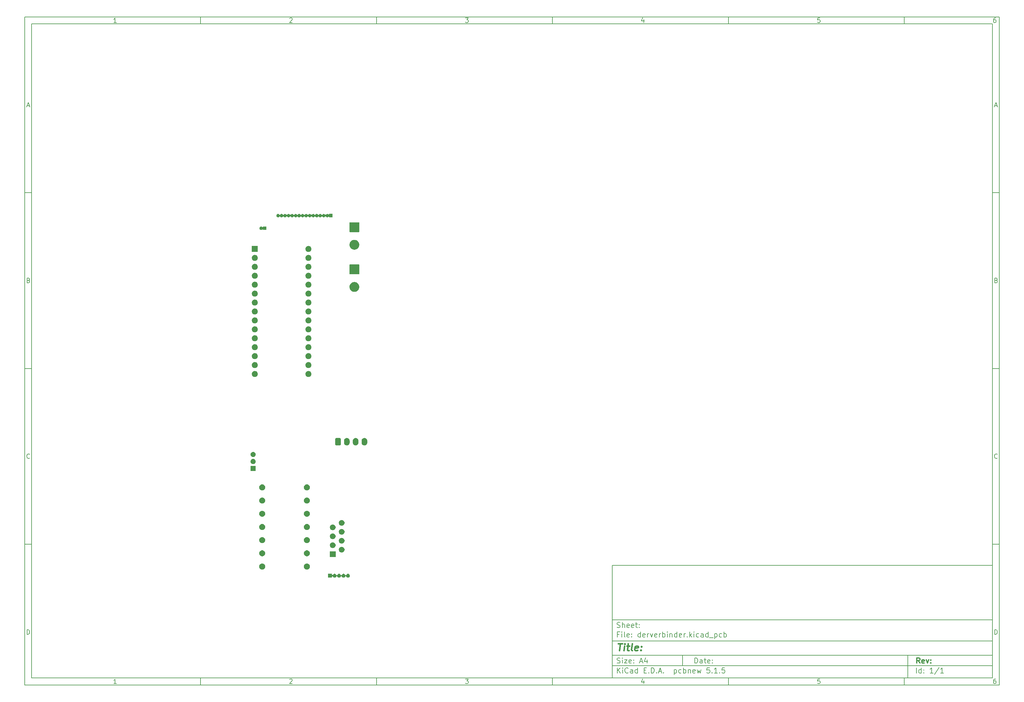
<source format=gbr>
G04 #@! TF.GenerationSoftware,KiCad,Pcbnew,5.1.5*
G04 #@! TF.CreationDate,2019-11-29T13:32:31+01:00*
G04 #@! TF.ProjectId,derverbinder,64657276-6572-4626-996e-6465722e6b69,rev?*
G04 #@! TF.SameCoordinates,Original*
G04 #@! TF.FileFunction,Soldermask,Bot*
G04 #@! TF.FilePolarity,Negative*
%FSLAX46Y46*%
G04 Gerber Fmt 4.6, Leading zero omitted, Abs format (unit mm)*
G04 Created by KiCad (PCBNEW 5.1.5) date 2019-11-29 13:32:31*
%MOMM*%
%LPD*%
G04 APERTURE LIST*
%ADD10C,0.100000*%
%ADD11C,0.150000*%
%ADD12C,0.300000*%
%ADD13C,0.400000*%
G04 APERTURE END LIST*
D10*
D11*
X177002200Y-166007200D02*
X177002200Y-198007200D01*
X285002200Y-198007200D01*
X285002200Y-166007200D01*
X177002200Y-166007200D01*
D10*
D11*
X10000000Y-10000000D02*
X10000000Y-200007200D01*
X287002200Y-200007200D01*
X287002200Y-10000000D01*
X10000000Y-10000000D01*
D10*
D11*
X12000000Y-12000000D02*
X12000000Y-198007200D01*
X285002200Y-198007200D01*
X285002200Y-12000000D01*
X12000000Y-12000000D01*
D10*
D11*
X60000000Y-12000000D02*
X60000000Y-10000000D01*
D10*
D11*
X110000000Y-12000000D02*
X110000000Y-10000000D01*
D10*
D11*
X160000000Y-12000000D02*
X160000000Y-10000000D01*
D10*
D11*
X210000000Y-12000000D02*
X210000000Y-10000000D01*
D10*
D11*
X260000000Y-12000000D02*
X260000000Y-10000000D01*
D10*
D11*
X36065476Y-11588095D02*
X35322619Y-11588095D01*
X35694047Y-11588095D02*
X35694047Y-10288095D01*
X35570238Y-10473809D01*
X35446428Y-10597619D01*
X35322619Y-10659523D01*
D10*
D11*
X85322619Y-10411904D02*
X85384523Y-10350000D01*
X85508333Y-10288095D01*
X85817857Y-10288095D01*
X85941666Y-10350000D01*
X86003571Y-10411904D01*
X86065476Y-10535714D01*
X86065476Y-10659523D01*
X86003571Y-10845238D01*
X85260714Y-11588095D01*
X86065476Y-11588095D01*
D10*
D11*
X135260714Y-10288095D02*
X136065476Y-10288095D01*
X135632142Y-10783333D01*
X135817857Y-10783333D01*
X135941666Y-10845238D01*
X136003571Y-10907142D01*
X136065476Y-11030952D01*
X136065476Y-11340476D01*
X136003571Y-11464285D01*
X135941666Y-11526190D01*
X135817857Y-11588095D01*
X135446428Y-11588095D01*
X135322619Y-11526190D01*
X135260714Y-11464285D01*
D10*
D11*
X185941666Y-10721428D02*
X185941666Y-11588095D01*
X185632142Y-10226190D02*
X185322619Y-11154761D01*
X186127380Y-11154761D01*
D10*
D11*
X236003571Y-10288095D02*
X235384523Y-10288095D01*
X235322619Y-10907142D01*
X235384523Y-10845238D01*
X235508333Y-10783333D01*
X235817857Y-10783333D01*
X235941666Y-10845238D01*
X236003571Y-10907142D01*
X236065476Y-11030952D01*
X236065476Y-11340476D01*
X236003571Y-11464285D01*
X235941666Y-11526190D01*
X235817857Y-11588095D01*
X235508333Y-11588095D01*
X235384523Y-11526190D01*
X235322619Y-11464285D01*
D10*
D11*
X285941666Y-10288095D02*
X285694047Y-10288095D01*
X285570238Y-10350000D01*
X285508333Y-10411904D01*
X285384523Y-10597619D01*
X285322619Y-10845238D01*
X285322619Y-11340476D01*
X285384523Y-11464285D01*
X285446428Y-11526190D01*
X285570238Y-11588095D01*
X285817857Y-11588095D01*
X285941666Y-11526190D01*
X286003571Y-11464285D01*
X286065476Y-11340476D01*
X286065476Y-11030952D01*
X286003571Y-10907142D01*
X285941666Y-10845238D01*
X285817857Y-10783333D01*
X285570238Y-10783333D01*
X285446428Y-10845238D01*
X285384523Y-10907142D01*
X285322619Y-11030952D01*
D10*
D11*
X60000000Y-198007200D02*
X60000000Y-200007200D01*
D10*
D11*
X110000000Y-198007200D02*
X110000000Y-200007200D01*
D10*
D11*
X160000000Y-198007200D02*
X160000000Y-200007200D01*
D10*
D11*
X210000000Y-198007200D02*
X210000000Y-200007200D01*
D10*
D11*
X260000000Y-198007200D02*
X260000000Y-200007200D01*
D10*
D11*
X36065476Y-199595295D02*
X35322619Y-199595295D01*
X35694047Y-199595295D02*
X35694047Y-198295295D01*
X35570238Y-198481009D01*
X35446428Y-198604819D01*
X35322619Y-198666723D01*
D10*
D11*
X85322619Y-198419104D02*
X85384523Y-198357200D01*
X85508333Y-198295295D01*
X85817857Y-198295295D01*
X85941666Y-198357200D01*
X86003571Y-198419104D01*
X86065476Y-198542914D01*
X86065476Y-198666723D01*
X86003571Y-198852438D01*
X85260714Y-199595295D01*
X86065476Y-199595295D01*
D10*
D11*
X135260714Y-198295295D02*
X136065476Y-198295295D01*
X135632142Y-198790533D01*
X135817857Y-198790533D01*
X135941666Y-198852438D01*
X136003571Y-198914342D01*
X136065476Y-199038152D01*
X136065476Y-199347676D01*
X136003571Y-199471485D01*
X135941666Y-199533390D01*
X135817857Y-199595295D01*
X135446428Y-199595295D01*
X135322619Y-199533390D01*
X135260714Y-199471485D01*
D10*
D11*
X185941666Y-198728628D02*
X185941666Y-199595295D01*
X185632142Y-198233390D02*
X185322619Y-199161961D01*
X186127380Y-199161961D01*
D10*
D11*
X236003571Y-198295295D02*
X235384523Y-198295295D01*
X235322619Y-198914342D01*
X235384523Y-198852438D01*
X235508333Y-198790533D01*
X235817857Y-198790533D01*
X235941666Y-198852438D01*
X236003571Y-198914342D01*
X236065476Y-199038152D01*
X236065476Y-199347676D01*
X236003571Y-199471485D01*
X235941666Y-199533390D01*
X235817857Y-199595295D01*
X235508333Y-199595295D01*
X235384523Y-199533390D01*
X235322619Y-199471485D01*
D10*
D11*
X285941666Y-198295295D02*
X285694047Y-198295295D01*
X285570238Y-198357200D01*
X285508333Y-198419104D01*
X285384523Y-198604819D01*
X285322619Y-198852438D01*
X285322619Y-199347676D01*
X285384523Y-199471485D01*
X285446428Y-199533390D01*
X285570238Y-199595295D01*
X285817857Y-199595295D01*
X285941666Y-199533390D01*
X286003571Y-199471485D01*
X286065476Y-199347676D01*
X286065476Y-199038152D01*
X286003571Y-198914342D01*
X285941666Y-198852438D01*
X285817857Y-198790533D01*
X285570238Y-198790533D01*
X285446428Y-198852438D01*
X285384523Y-198914342D01*
X285322619Y-199038152D01*
D10*
D11*
X10000000Y-60000000D02*
X12000000Y-60000000D01*
D10*
D11*
X10000000Y-110000000D02*
X12000000Y-110000000D01*
D10*
D11*
X10000000Y-160000000D02*
X12000000Y-160000000D01*
D10*
D11*
X10690476Y-35216666D02*
X11309523Y-35216666D01*
X10566666Y-35588095D02*
X11000000Y-34288095D01*
X11433333Y-35588095D01*
D10*
D11*
X11092857Y-84907142D02*
X11278571Y-84969047D01*
X11340476Y-85030952D01*
X11402380Y-85154761D01*
X11402380Y-85340476D01*
X11340476Y-85464285D01*
X11278571Y-85526190D01*
X11154761Y-85588095D01*
X10659523Y-85588095D01*
X10659523Y-84288095D01*
X11092857Y-84288095D01*
X11216666Y-84350000D01*
X11278571Y-84411904D01*
X11340476Y-84535714D01*
X11340476Y-84659523D01*
X11278571Y-84783333D01*
X11216666Y-84845238D01*
X11092857Y-84907142D01*
X10659523Y-84907142D01*
D10*
D11*
X11402380Y-135464285D02*
X11340476Y-135526190D01*
X11154761Y-135588095D01*
X11030952Y-135588095D01*
X10845238Y-135526190D01*
X10721428Y-135402380D01*
X10659523Y-135278571D01*
X10597619Y-135030952D01*
X10597619Y-134845238D01*
X10659523Y-134597619D01*
X10721428Y-134473809D01*
X10845238Y-134350000D01*
X11030952Y-134288095D01*
X11154761Y-134288095D01*
X11340476Y-134350000D01*
X11402380Y-134411904D01*
D10*
D11*
X10659523Y-185588095D02*
X10659523Y-184288095D01*
X10969047Y-184288095D01*
X11154761Y-184350000D01*
X11278571Y-184473809D01*
X11340476Y-184597619D01*
X11402380Y-184845238D01*
X11402380Y-185030952D01*
X11340476Y-185278571D01*
X11278571Y-185402380D01*
X11154761Y-185526190D01*
X10969047Y-185588095D01*
X10659523Y-185588095D01*
D10*
D11*
X287002200Y-60000000D02*
X285002200Y-60000000D01*
D10*
D11*
X287002200Y-110000000D02*
X285002200Y-110000000D01*
D10*
D11*
X287002200Y-160000000D02*
X285002200Y-160000000D01*
D10*
D11*
X285692676Y-35216666D02*
X286311723Y-35216666D01*
X285568866Y-35588095D02*
X286002200Y-34288095D01*
X286435533Y-35588095D01*
D10*
D11*
X286095057Y-84907142D02*
X286280771Y-84969047D01*
X286342676Y-85030952D01*
X286404580Y-85154761D01*
X286404580Y-85340476D01*
X286342676Y-85464285D01*
X286280771Y-85526190D01*
X286156961Y-85588095D01*
X285661723Y-85588095D01*
X285661723Y-84288095D01*
X286095057Y-84288095D01*
X286218866Y-84350000D01*
X286280771Y-84411904D01*
X286342676Y-84535714D01*
X286342676Y-84659523D01*
X286280771Y-84783333D01*
X286218866Y-84845238D01*
X286095057Y-84907142D01*
X285661723Y-84907142D01*
D10*
D11*
X286404580Y-135464285D02*
X286342676Y-135526190D01*
X286156961Y-135588095D01*
X286033152Y-135588095D01*
X285847438Y-135526190D01*
X285723628Y-135402380D01*
X285661723Y-135278571D01*
X285599819Y-135030952D01*
X285599819Y-134845238D01*
X285661723Y-134597619D01*
X285723628Y-134473809D01*
X285847438Y-134350000D01*
X286033152Y-134288095D01*
X286156961Y-134288095D01*
X286342676Y-134350000D01*
X286404580Y-134411904D01*
D10*
D11*
X285661723Y-185588095D02*
X285661723Y-184288095D01*
X285971247Y-184288095D01*
X286156961Y-184350000D01*
X286280771Y-184473809D01*
X286342676Y-184597619D01*
X286404580Y-184845238D01*
X286404580Y-185030952D01*
X286342676Y-185278571D01*
X286280771Y-185402380D01*
X286156961Y-185526190D01*
X285971247Y-185588095D01*
X285661723Y-185588095D01*
D10*
D11*
X200434342Y-193785771D02*
X200434342Y-192285771D01*
X200791485Y-192285771D01*
X201005771Y-192357200D01*
X201148628Y-192500057D01*
X201220057Y-192642914D01*
X201291485Y-192928628D01*
X201291485Y-193142914D01*
X201220057Y-193428628D01*
X201148628Y-193571485D01*
X201005771Y-193714342D01*
X200791485Y-193785771D01*
X200434342Y-193785771D01*
X202577200Y-193785771D02*
X202577200Y-193000057D01*
X202505771Y-192857200D01*
X202362914Y-192785771D01*
X202077200Y-192785771D01*
X201934342Y-192857200D01*
X202577200Y-193714342D02*
X202434342Y-193785771D01*
X202077200Y-193785771D01*
X201934342Y-193714342D01*
X201862914Y-193571485D01*
X201862914Y-193428628D01*
X201934342Y-193285771D01*
X202077200Y-193214342D01*
X202434342Y-193214342D01*
X202577200Y-193142914D01*
X203077200Y-192785771D02*
X203648628Y-192785771D01*
X203291485Y-192285771D02*
X203291485Y-193571485D01*
X203362914Y-193714342D01*
X203505771Y-193785771D01*
X203648628Y-193785771D01*
X204720057Y-193714342D02*
X204577200Y-193785771D01*
X204291485Y-193785771D01*
X204148628Y-193714342D01*
X204077200Y-193571485D01*
X204077200Y-193000057D01*
X204148628Y-192857200D01*
X204291485Y-192785771D01*
X204577200Y-192785771D01*
X204720057Y-192857200D01*
X204791485Y-193000057D01*
X204791485Y-193142914D01*
X204077200Y-193285771D01*
X205434342Y-193642914D02*
X205505771Y-193714342D01*
X205434342Y-193785771D01*
X205362914Y-193714342D01*
X205434342Y-193642914D01*
X205434342Y-193785771D01*
X205434342Y-192857200D02*
X205505771Y-192928628D01*
X205434342Y-193000057D01*
X205362914Y-192928628D01*
X205434342Y-192857200D01*
X205434342Y-193000057D01*
D10*
D11*
X177002200Y-194507200D02*
X285002200Y-194507200D01*
D10*
D11*
X178434342Y-196585771D02*
X178434342Y-195085771D01*
X179291485Y-196585771D02*
X178648628Y-195728628D01*
X179291485Y-195085771D02*
X178434342Y-195942914D01*
X179934342Y-196585771D02*
X179934342Y-195585771D01*
X179934342Y-195085771D02*
X179862914Y-195157200D01*
X179934342Y-195228628D01*
X180005771Y-195157200D01*
X179934342Y-195085771D01*
X179934342Y-195228628D01*
X181505771Y-196442914D02*
X181434342Y-196514342D01*
X181220057Y-196585771D01*
X181077200Y-196585771D01*
X180862914Y-196514342D01*
X180720057Y-196371485D01*
X180648628Y-196228628D01*
X180577200Y-195942914D01*
X180577200Y-195728628D01*
X180648628Y-195442914D01*
X180720057Y-195300057D01*
X180862914Y-195157200D01*
X181077200Y-195085771D01*
X181220057Y-195085771D01*
X181434342Y-195157200D01*
X181505771Y-195228628D01*
X182791485Y-196585771D02*
X182791485Y-195800057D01*
X182720057Y-195657200D01*
X182577200Y-195585771D01*
X182291485Y-195585771D01*
X182148628Y-195657200D01*
X182791485Y-196514342D02*
X182648628Y-196585771D01*
X182291485Y-196585771D01*
X182148628Y-196514342D01*
X182077200Y-196371485D01*
X182077200Y-196228628D01*
X182148628Y-196085771D01*
X182291485Y-196014342D01*
X182648628Y-196014342D01*
X182791485Y-195942914D01*
X184148628Y-196585771D02*
X184148628Y-195085771D01*
X184148628Y-196514342D02*
X184005771Y-196585771D01*
X183720057Y-196585771D01*
X183577200Y-196514342D01*
X183505771Y-196442914D01*
X183434342Y-196300057D01*
X183434342Y-195871485D01*
X183505771Y-195728628D01*
X183577200Y-195657200D01*
X183720057Y-195585771D01*
X184005771Y-195585771D01*
X184148628Y-195657200D01*
X186005771Y-195800057D02*
X186505771Y-195800057D01*
X186720057Y-196585771D02*
X186005771Y-196585771D01*
X186005771Y-195085771D01*
X186720057Y-195085771D01*
X187362914Y-196442914D02*
X187434342Y-196514342D01*
X187362914Y-196585771D01*
X187291485Y-196514342D01*
X187362914Y-196442914D01*
X187362914Y-196585771D01*
X188077200Y-196585771D02*
X188077200Y-195085771D01*
X188434342Y-195085771D01*
X188648628Y-195157200D01*
X188791485Y-195300057D01*
X188862914Y-195442914D01*
X188934342Y-195728628D01*
X188934342Y-195942914D01*
X188862914Y-196228628D01*
X188791485Y-196371485D01*
X188648628Y-196514342D01*
X188434342Y-196585771D01*
X188077200Y-196585771D01*
X189577200Y-196442914D02*
X189648628Y-196514342D01*
X189577200Y-196585771D01*
X189505771Y-196514342D01*
X189577200Y-196442914D01*
X189577200Y-196585771D01*
X190220057Y-196157200D02*
X190934342Y-196157200D01*
X190077200Y-196585771D02*
X190577200Y-195085771D01*
X191077200Y-196585771D01*
X191577200Y-196442914D02*
X191648628Y-196514342D01*
X191577200Y-196585771D01*
X191505771Y-196514342D01*
X191577200Y-196442914D01*
X191577200Y-196585771D01*
X194577200Y-195585771D02*
X194577200Y-197085771D01*
X194577200Y-195657200D02*
X194720057Y-195585771D01*
X195005771Y-195585771D01*
X195148628Y-195657200D01*
X195220057Y-195728628D01*
X195291485Y-195871485D01*
X195291485Y-196300057D01*
X195220057Y-196442914D01*
X195148628Y-196514342D01*
X195005771Y-196585771D01*
X194720057Y-196585771D01*
X194577200Y-196514342D01*
X196577200Y-196514342D02*
X196434342Y-196585771D01*
X196148628Y-196585771D01*
X196005771Y-196514342D01*
X195934342Y-196442914D01*
X195862914Y-196300057D01*
X195862914Y-195871485D01*
X195934342Y-195728628D01*
X196005771Y-195657200D01*
X196148628Y-195585771D01*
X196434342Y-195585771D01*
X196577200Y-195657200D01*
X197220057Y-196585771D02*
X197220057Y-195085771D01*
X197220057Y-195657200D02*
X197362914Y-195585771D01*
X197648628Y-195585771D01*
X197791485Y-195657200D01*
X197862914Y-195728628D01*
X197934342Y-195871485D01*
X197934342Y-196300057D01*
X197862914Y-196442914D01*
X197791485Y-196514342D01*
X197648628Y-196585771D01*
X197362914Y-196585771D01*
X197220057Y-196514342D01*
X198577200Y-195585771D02*
X198577200Y-196585771D01*
X198577200Y-195728628D02*
X198648628Y-195657200D01*
X198791485Y-195585771D01*
X199005771Y-195585771D01*
X199148628Y-195657200D01*
X199220057Y-195800057D01*
X199220057Y-196585771D01*
X200505771Y-196514342D02*
X200362914Y-196585771D01*
X200077200Y-196585771D01*
X199934342Y-196514342D01*
X199862914Y-196371485D01*
X199862914Y-195800057D01*
X199934342Y-195657200D01*
X200077200Y-195585771D01*
X200362914Y-195585771D01*
X200505771Y-195657200D01*
X200577200Y-195800057D01*
X200577200Y-195942914D01*
X199862914Y-196085771D01*
X201077200Y-195585771D02*
X201362914Y-196585771D01*
X201648628Y-195871485D01*
X201934342Y-196585771D01*
X202220057Y-195585771D01*
X204648628Y-195085771D02*
X203934342Y-195085771D01*
X203862914Y-195800057D01*
X203934342Y-195728628D01*
X204077200Y-195657200D01*
X204434342Y-195657200D01*
X204577200Y-195728628D01*
X204648628Y-195800057D01*
X204720057Y-195942914D01*
X204720057Y-196300057D01*
X204648628Y-196442914D01*
X204577200Y-196514342D01*
X204434342Y-196585771D01*
X204077200Y-196585771D01*
X203934342Y-196514342D01*
X203862914Y-196442914D01*
X205362914Y-196442914D02*
X205434342Y-196514342D01*
X205362914Y-196585771D01*
X205291485Y-196514342D01*
X205362914Y-196442914D01*
X205362914Y-196585771D01*
X206862914Y-196585771D02*
X206005771Y-196585771D01*
X206434342Y-196585771D02*
X206434342Y-195085771D01*
X206291485Y-195300057D01*
X206148628Y-195442914D01*
X206005771Y-195514342D01*
X207505771Y-196442914D02*
X207577200Y-196514342D01*
X207505771Y-196585771D01*
X207434342Y-196514342D01*
X207505771Y-196442914D01*
X207505771Y-196585771D01*
X208934342Y-195085771D02*
X208220057Y-195085771D01*
X208148628Y-195800057D01*
X208220057Y-195728628D01*
X208362914Y-195657200D01*
X208720057Y-195657200D01*
X208862914Y-195728628D01*
X208934342Y-195800057D01*
X209005771Y-195942914D01*
X209005771Y-196300057D01*
X208934342Y-196442914D01*
X208862914Y-196514342D01*
X208720057Y-196585771D01*
X208362914Y-196585771D01*
X208220057Y-196514342D01*
X208148628Y-196442914D01*
D10*
D11*
X177002200Y-191507200D02*
X285002200Y-191507200D01*
D10*
D12*
X264411485Y-193785771D02*
X263911485Y-193071485D01*
X263554342Y-193785771D02*
X263554342Y-192285771D01*
X264125771Y-192285771D01*
X264268628Y-192357200D01*
X264340057Y-192428628D01*
X264411485Y-192571485D01*
X264411485Y-192785771D01*
X264340057Y-192928628D01*
X264268628Y-193000057D01*
X264125771Y-193071485D01*
X263554342Y-193071485D01*
X265625771Y-193714342D02*
X265482914Y-193785771D01*
X265197200Y-193785771D01*
X265054342Y-193714342D01*
X264982914Y-193571485D01*
X264982914Y-193000057D01*
X265054342Y-192857200D01*
X265197200Y-192785771D01*
X265482914Y-192785771D01*
X265625771Y-192857200D01*
X265697200Y-193000057D01*
X265697200Y-193142914D01*
X264982914Y-193285771D01*
X266197200Y-192785771D02*
X266554342Y-193785771D01*
X266911485Y-192785771D01*
X267482914Y-193642914D02*
X267554342Y-193714342D01*
X267482914Y-193785771D01*
X267411485Y-193714342D01*
X267482914Y-193642914D01*
X267482914Y-193785771D01*
X267482914Y-192857200D02*
X267554342Y-192928628D01*
X267482914Y-193000057D01*
X267411485Y-192928628D01*
X267482914Y-192857200D01*
X267482914Y-193000057D01*
D10*
D11*
X178362914Y-193714342D02*
X178577200Y-193785771D01*
X178934342Y-193785771D01*
X179077200Y-193714342D01*
X179148628Y-193642914D01*
X179220057Y-193500057D01*
X179220057Y-193357200D01*
X179148628Y-193214342D01*
X179077200Y-193142914D01*
X178934342Y-193071485D01*
X178648628Y-193000057D01*
X178505771Y-192928628D01*
X178434342Y-192857200D01*
X178362914Y-192714342D01*
X178362914Y-192571485D01*
X178434342Y-192428628D01*
X178505771Y-192357200D01*
X178648628Y-192285771D01*
X179005771Y-192285771D01*
X179220057Y-192357200D01*
X179862914Y-193785771D02*
X179862914Y-192785771D01*
X179862914Y-192285771D02*
X179791485Y-192357200D01*
X179862914Y-192428628D01*
X179934342Y-192357200D01*
X179862914Y-192285771D01*
X179862914Y-192428628D01*
X180434342Y-192785771D02*
X181220057Y-192785771D01*
X180434342Y-193785771D01*
X181220057Y-193785771D01*
X182362914Y-193714342D02*
X182220057Y-193785771D01*
X181934342Y-193785771D01*
X181791485Y-193714342D01*
X181720057Y-193571485D01*
X181720057Y-193000057D01*
X181791485Y-192857200D01*
X181934342Y-192785771D01*
X182220057Y-192785771D01*
X182362914Y-192857200D01*
X182434342Y-193000057D01*
X182434342Y-193142914D01*
X181720057Y-193285771D01*
X183077200Y-193642914D02*
X183148628Y-193714342D01*
X183077200Y-193785771D01*
X183005771Y-193714342D01*
X183077200Y-193642914D01*
X183077200Y-193785771D01*
X183077200Y-192857200D02*
X183148628Y-192928628D01*
X183077200Y-193000057D01*
X183005771Y-192928628D01*
X183077200Y-192857200D01*
X183077200Y-193000057D01*
X184862914Y-193357200D02*
X185577200Y-193357200D01*
X184720057Y-193785771D02*
X185220057Y-192285771D01*
X185720057Y-193785771D01*
X186862914Y-192785771D02*
X186862914Y-193785771D01*
X186505771Y-192214342D02*
X186148628Y-193285771D01*
X187077200Y-193285771D01*
D10*
D11*
X263434342Y-196585771D02*
X263434342Y-195085771D01*
X264791485Y-196585771D02*
X264791485Y-195085771D01*
X264791485Y-196514342D02*
X264648628Y-196585771D01*
X264362914Y-196585771D01*
X264220057Y-196514342D01*
X264148628Y-196442914D01*
X264077200Y-196300057D01*
X264077200Y-195871485D01*
X264148628Y-195728628D01*
X264220057Y-195657200D01*
X264362914Y-195585771D01*
X264648628Y-195585771D01*
X264791485Y-195657200D01*
X265505771Y-196442914D02*
X265577200Y-196514342D01*
X265505771Y-196585771D01*
X265434342Y-196514342D01*
X265505771Y-196442914D01*
X265505771Y-196585771D01*
X265505771Y-195657200D02*
X265577200Y-195728628D01*
X265505771Y-195800057D01*
X265434342Y-195728628D01*
X265505771Y-195657200D01*
X265505771Y-195800057D01*
X268148628Y-196585771D02*
X267291485Y-196585771D01*
X267720057Y-196585771D02*
X267720057Y-195085771D01*
X267577200Y-195300057D01*
X267434342Y-195442914D01*
X267291485Y-195514342D01*
X269862914Y-195014342D02*
X268577200Y-196942914D01*
X271148628Y-196585771D02*
X270291485Y-196585771D01*
X270720057Y-196585771D02*
X270720057Y-195085771D01*
X270577200Y-195300057D01*
X270434342Y-195442914D01*
X270291485Y-195514342D01*
D10*
D11*
X177002200Y-187507200D02*
X285002200Y-187507200D01*
D10*
D13*
X178714580Y-188211961D02*
X179857438Y-188211961D01*
X179036009Y-190211961D02*
X179286009Y-188211961D01*
X180274104Y-190211961D02*
X180440771Y-188878628D01*
X180524104Y-188211961D02*
X180416961Y-188307200D01*
X180500295Y-188402438D01*
X180607438Y-188307200D01*
X180524104Y-188211961D01*
X180500295Y-188402438D01*
X181107438Y-188878628D02*
X181869342Y-188878628D01*
X181476485Y-188211961D02*
X181262200Y-189926247D01*
X181333628Y-190116723D01*
X181512200Y-190211961D01*
X181702676Y-190211961D01*
X182655057Y-190211961D02*
X182476485Y-190116723D01*
X182405057Y-189926247D01*
X182619342Y-188211961D01*
X184190771Y-190116723D02*
X183988390Y-190211961D01*
X183607438Y-190211961D01*
X183428866Y-190116723D01*
X183357438Y-189926247D01*
X183452676Y-189164342D01*
X183571723Y-188973866D01*
X183774104Y-188878628D01*
X184155057Y-188878628D01*
X184333628Y-188973866D01*
X184405057Y-189164342D01*
X184381247Y-189354819D01*
X183405057Y-189545295D01*
X185155057Y-190021485D02*
X185238390Y-190116723D01*
X185131247Y-190211961D01*
X185047914Y-190116723D01*
X185155057Y-190021485D01*
X185131247Y-190211961D01*
X185286009Y-188973866D02*
X185369342Y-189069104D01*
X185262200Y-189164342D01*
X185178866Y-189069104D01*
X185286009Y-188973866D01*
X185262200Y-189164342D01*
D10*
D11*
X178934342Y-185600057D02*
X178434342Y-185600057D01*
X178434342Y-186385771D02*
X178434342Y-184885771D01*
X179148628Y-184885771D01*
X179720057Y-186385771D02*
X179720057Y-185385771D01*
X179720057Y-184885771D02*
X179648628Y-184957200D01*
X179720057Y-185028628D01*
X179791485Y-184957200D01*
X179720057Y-184885771D01*
X179720057Y-185028628D01*
X180648628Y-186385771D02*
X180505771Y-186314342D01*
X180434342Y-186171485D01*
X180434342Y-184885771D01*
X181791485Y-186314342D02*
X181648628Y-186385771D01*
X181362914Y-186385771D01*
X181220057Y-186314342D01*
X181148628Y-186171485D01*
X181148628Y-185600057D01*
X181220057Y-185457200D01*
X181362914Y-185385771D01*
X181648628Y-185385771D01*
X181791485Y-185457200D01*
X181862914Y-185600057D01*
X181862914Y-185742914D01*
X181148628Y-185885771D01*
X182505771Y-186242914D02*
X182577200Y-186314342D01*
X182505771Y-186385771D01*
X182434342Y-186314342D01*
X182505771Y-186242914D01*
X182505771Y-186385771D01*
X182505771Y-185457200D02*
X182577200Y-185528628D01*
X182505771Y-185600057D01*
X182434342Y-185528628D01*
X182505771Y-185457200D01*
X182505771Y-185600057D01*
X185005771Y-186385771D02*
X185005771Y-184885771D01*
X185005771Y-186314342D02*
X184862914Y-186385771D01*
X184577200Y-186385771D01*
X184434342Y-186314342D01*
X184362914Y-186242914D01*
X184291485Y-186100057D01*
X184291485Y-185671485D01*
X184362914Y-185528628D01*
X184434342Y-185457200D01*
X184577200Y-185385771D01*
X184862914Y-185385771D01*
X185005771Y-185457200D01*
X186291485Y-186314342D02*
X186148628Y-186385771D01*
X185862914Y-186385771D01*
X185720057Y-186314342D01*
X185648628Y-186171485D01*
X185648628Y-185600057D01*
X185720057Y-185457200D01*
X185862914Y-185385771D01*
X186148628Y-185385771D01*
X186291485Y-185457200D01*
X186362914Y-185600057D01*
X186362914Y-185742914D01*
X185648628Y-185885771D01*
X187005771Y-186385771D02*
X187005771Y-185385771D01*
X187005771Y-185671485D02*
X187077200Y-185528628D01*
X187148628Y-185457200D01*
X187291485Y-185385771D01*
X187434342Y-185385771D01*
X187791485Y-185385771D02*
X188148628Y-186385771D01*
X188505771Y-185385771D01*
X189648628Y-186314342D02*
X189505771Y-186385771D01*
X189220057Y-186385771D01*
X189077200Y-186314342D01*
X189005771Y-186171485D01*
X189005771Y-185600057D01*
X189077200Y-185457200D01*
X189220057Y-185385771D01*
X189505771Y-185385771D01*
X189648628Y-185457200D01*
X189720057Y-185600057D01*
X189720057Y-185742914D01*
X189005771Y-185885771D01*
X190362914Y-186385771D02*
X190362914Y-185385771D01*
X190362914Y-185671485D02*
X190434342Y-185528628D01*
X190505771Y-185457200D01*
X190648628Y-185385771D01*
X190791485Y-185385771D01*
X191291485Y-186385771D02*
X191291485Y-184885771D01*
X191291485Y-185457200D02*
X191434342Y-185385771D01*
X191720057Y-185385771D01*
X191862914Y-185457200D01*
X191934342Y-185528628D01*
X192005771Y-185671485D01*
X192005771Y-186100057D01*
X191934342Y-186242914D01*
X191862914Y-186314342D01*
X191720057Y-186385771D01*
X191434342Y-186385771D01*
X191291485Y-186314342D01*
X192648628Y-186385771D02*
X192648628Y-185385771D01*
X192648628Y-184885771D02*
X192577200Y-184957200D01*
X192648628Y-185028628D01*
X192720057Y-184957200D01*
X192648628Y-184885771D01*
X192648628Y-185028628D01*
X193362914Y-185385771D02*
X193362914Y-186385771D01*
X193362914Y-185528628D02*
X193434342Y-185457200D01*
X193577200Y-185385771D01*
X193791485Y-185385771D01*
X193934342Y-185457200D01*
X194005771Y-185600057D01*
X194005771Y-186385771D01*
X195362914Y-186385771D02*
X195362914Y-184885771D01*
X195362914Y-186314342D02*
X195220057Y-186385771D01*
X194934342Y-186385771D01*
X194791485Y-186314342D01*
X194720057Y-186242914D01*
X194648628Y-186100057D01*
X194648628Y-185671485D01*
X194720057Y-185528628D01*
X194791485Y-185457200D01*
X194934342Y-185385771D01*
X195220057Y-185385771D01*
X195362914Y-185457200D01*
X196648628Y-186314342D02*
X196505771Y-186385771D01*
X196220057Y-186385771D01*
X196077200Y-186314342D01*
X196005771Y-186171485D01*
X196005771Y-185600057D01*
X196077200Y-185457200D01*
X196220057Y-185385771D01*
X196505771Y-185385771D01*
X196648628Y-185457200D01*
X196720057Y-185600057D01*
X196720057Y-185742914D01*
X196005771Y-185885771D01*
X197362914Y-186385771D02*
X197362914Y-185385771D01*
X197362914Y-185671485D02*
X197434342Y-185528628D01*
X197505771Y-185457200D01*
X197648628Y-185385771D01*
X197791485Y-185385771D01*
X198291485Y-186242914D02*
X198362914Y-186314342D01*
X198291485Y-186385771D01*
X198220057Y-186314342D01*
X198291485Y-186242914D01*
X198291485Y-186385771D01*
X199005771Y-186385771D02*
X199005771Y-184885771D01*
X199148628Y-185814342D02*
X199577200Y-186385771D01*
X199577200Y-185385771D02*
X199005771Y-185957200D01*
X200220057Y-186385771D02*
X200220057Y-185385771D01*
X200220057Y-184885771D02*
X200148628Y-184957200D01*
X200220057Y-185028628D01*
X200291485Y-184957200D01*
X200220057Y-184885771D01*
X200220057Y-185028628D01*
X201577200Y-186314342D02*
X201434342Y-186385771D01*
X201148628Y-186385771D01*
X201005771Y-186314342D01*
X200934342Y-186242914D01*
X200862914Y-186100057D01*
X200862914Y-185671485D01*
X200934342Y-185528628D01*
X201005771Y-185457200D01*
X201148628Y-185385771D01*
X201434342Y-185385771D01*
X201577200Y-185457200D01*
X202862914Y-186385771D02*
X202862914Y-185600057D01*
X202791485Y-185457200D01*
X202648628Y-185385771D01*
X202362914Y-185385771D01*
X202220057Y-185457200D01*
X202862914Y-186314342D02*
X202720057Y-186385771D01*
X202362914Y-186385771D01*
X202220057Y-186314342D01*
X202148628Y-186171485D01*
X202148628Y-186028628D01*
X202220057Y-185885771D01*
X202362914Y-185814342D01*
X202720057Y-185814342D01*
X202862914Y-185742914D01*
X204220057Y-186385771D02*
X204220057Y-184885771D01*
X204220057Y-186314342D02*
X204077200Y-186385771D01*
X203791485Y-186385771D01*
X203648628Y-186314342D01*
X203577200Y-186242914D01*
X203505771Y-186100057D01*
X203505771Y-185671485D01*
X203577200Y-185528628D01*
X203648628Y-185457200D01*
X203791485Y-185385771D01*
X204077200Y-185385771D01*
X204220057Y-185457200D01*
X204577200Y-186528628D02*
X205720057Y-186528628D01*
X206077200Y-185385771D02*
X206077200Y-186885771D01*
X206077200Y-185457200D02*
X206220057Y-185385771D01*
X206505771Y-185385771D01*
X206648628Y-185457200D01*
X206720057Y-185528628D01*
X206791485Y-185671485D01*
X206791485Y-186100057D01*
X206720057Y-186242914D01*
X206648628Y-186314342D01*
X206505771Y-186385771D01*
X206220057Y-186385771D01*
X206077200Y-186314342D01*
X208077200Y-186314342D02*
X207934342Y-186385771D01*
X207648628Y-186385771D01*
X207505771Y-186314342D01*
X207434342Y-186242914D01*
X207362914Y-186100057D01*
X207362914Y-185671485D01*
X207434342Y-185528628D01*
X207505771Y-185457200D01*
X207648628Y-185385771D01*
X207934342Y-185385771D01*
X208077200Y-185457200D01*
X208720057Y-186385771D02*
X208720057Y-184885771D01*
X208720057Y-185457200D02*
X208862914Y-185385771D01*
X209148628Y-185385771D01*
X209291485Y-185457200D01*
X209362914Y-185528628D01*
X209434342Y-185671485D01*
X209434342Y-186100057D01*
X209362914Y-186242914D01*
X209291485Y-186314342D01*
X209148628Y-186385771D01*
X208862914Y-186385771D01*
X208720057Y-186314342D01*
D10*
D11*
X177002200Y-181507200D02*
X285002200Y-181507200D01*
D10*
D11*
X178362914Y-183614342D02*
X178577200Y-183685771D01*
X178934342Y-183685771D01*
X179077200Y-183614342D01*
X179148628Y-183542914D01*
X179220057Y-183400057D01*
X179220057Y-183257200D01*
X179148628Y-183114342D01*
X179077200Y-183042914D01*
X178934342Y-182971485D01*
X178648628Y-182900057D01*
X178505771Y-182828628D01*
X178434342Y-182757200D01*
X178362914Y-182614342D01*
X178362914Y-182471485D01*
X178434342Y-182328628D01*
X178505771Y-182257200D01*
X178648628Y-182185771D01*
X179005771Y-182185771D01*
X179220057Y-182257200D01*
X179862914Y-183685771D02*
X179862914Y-182185771D01*
X180505771Y-183685771D02*
X180505771Y-182900057D01*
X180434342Y-182757200D01*
X180291485Y-182685771D01*
X180077200Y-182685771D01*
X179934342Y-182757200D01*
X179862914Y-182828628D01*
X181791485Y-183614342D02*
X181648628Y-183685771D01*
X181362914Y-183685771D01*
X181220057Y-183614342D01*
X181148628Y-183471485D01*
X181148628Y-182900057D01*
X181220057Y-182757200D01*
X181362914Y-182685771D01*
X181648628Y-182685771D01*
X181791485Y-182757200D01*
X181862914Y-182900057D01*
X181862914Y-183042914D01*
X181148628Y-183185771D01*
X183077200Y-183614342D02*
X182934342Y-183685771D01*
X182648628Y-183685771D01*
X182505771Y-183614342D01*
X182434342Y-183471485D01*
X182434342Y-182900057D01*
X182505771Y-182757200D01*
X182648628Y-182685771D01*
X182934342Y-182685771D01*
X183077200Y-182757200D01*
X183148628Y-182900057D01*
X183148628Y-183042914D01*
X182434342Y-183185771D01*
X183577200Y-182685771D02*
X184148628Y-182685771D01*
X183791485Y-182185771D02*
X183791485Y-183471485D01*
X183862914Y-183614342D01*
X184005771Y-183685771D01*
X184148628Y-183685771D01*
X184648628Y-183542914D02*
X184720057Y-183614342D01*
X184648628Y-183685771D01*
X184577200Y-183614342D01*
X184648628Y-183542914D01*
X184648628Y-183685771D01*
X184648628Y-182757200D02*
X184720057Y-182828628D01*
X184648628Y-182900057D01*
X184577200Y-182828628D01*
X184648628Y-182757200D01*
X184648628Y-182900057D01*
D10*
D11*
X197002200Y-191507200D02*
X197002200Y-194507200D01*
D10*
D11*
X261002200Y-191507200D02*
X261002200Y-198007200D01*
D10*
G36*
X97341000Y-168582218D02*
G01*
X97343402Y-168606604D01*
X97350515Y-168630053D01*
X97362066Y-168651664D01*
X97377611Y-168670606D01*
X97396553Y-168686151D01*
X97418164Y-168697702D01*
X97441613Y-168704815D01*
X97465999Y-168707217D01*
X97490385Y-168704815D01*
X97513834Y-168697702D01*
X97535445Y-168686151D01*
X97554387Y-168670606D01*
X97569932Y-168651664D01*
X97632009Y-168558760D01*
X97632010Y-168558758D01*
X97708758Y-168482010D01*
X97799004Y-168421710D01*
X97799005Y-168421709D01*
X97899279Y-168380174D01*
X98005730Y-168359000D01*
X98114270Y-168359000D01*
X98220721Y-168380174D01*
X98320995Y-168421709D01*
X98320996Y-168421710D01*
X98411242Y-168482010D01*
X98487990Y-168558758D01*
X98487991Y-168558760D01*
X98548291Y-168649005D01*
X98579516Y-168724389D01*
X98591067Y-168746000D01*
X98606612Y-168764941D01*
X98625554Y-168780487D01*
X98647165Y-168792038D01*
X98670614Y-168799151D01*
X98695000Y-168801553D01*
X98719386Y-168799151D01*
X98742835Y-168792038D01*
X98764446Y-168780487D01*
X98783387Y-168764942D01*
X98798933Y-168746000D01*
X98810484Y-168724389D01*
X98841709Y-168649005D01*
X98902009Y-168558760D01*
X98902010Y-168558758D01*
X98978758Y-168482010D01*
X99069004Y-168421710D01*
X99069005Y-168421709D01*
X99169279Y-168380174D01*
X99275730Y-168359000D01*
X99384270Y-168359000D01*
X99490721Y-168380174D01*
X99590995Y-168421709D01*
X99590996Y-168421710D01*
X99681242Y-168482010D01*
X99757990Y-168558758D01*
X99757991Y-168558760D01*
X99818291Y-168649005D01*
X99849516Y-168724389D01*
X99861067Y-168746000D01*
X99876612Y-168764941D01*
X99895554Y-168780487D01*
X99917165Y-168792038D01*
X99940614Y-168799151D01*
X99965000Y-168801553D01*
X99989386Y-168799151D01*
X100012835Y-168792038D01*
X100034446Y-168780487D01*
X100053387Y-168764942D01*
X100068933Y-168746000D01*
X100080484Y-168724389D01*
X100111709Y-168649005D01*
X100172009Y-168558760D01*
X100172010Y-168558758D01*
X100248758Y-168482010D01*
X100339004Y-168421710D01*
X100339005Y-168421709D01*
X100439279Y-168380174D01*
X100545730Y-168359000D01*
X100654270Y-168359000D01*
X100760721Y-168380174D01*
X100860995Y-168421709D01*
X100860996Y-168421710D01*
X100951242Y-168482010D01*
X101027990Y-168558758D01*
X101027991Y-168558760D01*
X101088291Y-168649005D01*
X101119516Y-168724389D01*
X101131067Y-168746000D01*
X101146612Y-168764941D01*
X101165554Y-168780487D01*
X101187165Y-168792038D01*
X101210614Y-168799151D01*
X101235000Y-168801553D01*
X101259386Y-168799151D01*
X101282835Y-168792038D01*
X101304446Y-168780487D01*
X101323387Y-168764942D01*
X101338933Y-168746000D01*
X101350484Y-168724389D01*
X101381709Y-168649005D01*
X101442009Y-168558760D01*
X101442010Y-168558758D01*
X101518758Y-168482010D01*
X101609004Y-168421710D01*
X101609005Y-168421709D01*
X101709279Y-168380174D01*
X101815730Y-168359000D01*
X101924270Y-168359000D01*
X102030721Y-168380174D01*
X102130995Y-168421709D01*
X102130996Y-168421710D01*
X102221242Y-168482010D01*
X102297990Y-168558758D01*
X102297991Y-168558760D01*
X102358291Y-168649005D01*
X102399826Y-168749279D01*
X102421000Y-168855730D01*
X102421000Y-168964270D01*
X102399826Y-169070721D01*
X102358291Y-169170995D01*
X102358290Y-169170996D01*
X102297990Y-169261242D01*
X102221242Y-169337990D01*
X102175812Y-169368345D01*
X102130995Y-169398291D01*
X102030721Y-169439826D01*
X101924270Y-169461000D01*
X101815730Y-169461000D01*
X101709279Y-169439826D01*
X101609005Y-169398291D01*
X101564188Y-169368345D01*
X101518758Y-169337990D01*
X101442010Y-169261242D01*
X101381710Y-169170996D01*
X101381709Y-169170995D01*
X101350484Y-169095611D01*
X101338933Y-169074000D01*
X101323388Y-169055059D01*
X101304446Y-169039513D01*
X101282835Y-169027962D01*
X101259386Y-169020849D01*
X101235000Y-169018447D01*
X101210614Y-169020849D01*
X101187165Y-169027962D01*
X101165554Y-169039513D01*
X101146613Y-169055058D01*
X101131067Y-169074000D01*
X101119516Y-169095611D01*
X101088291Y-169170995D01*
X101088290Y-169170996D01*
X101027990Y-169261242D01*
X100951242Y-169337990D01*
X100905812Y-169368345D01*
X100860995Y-169398291D01*
X100760721Y-169439826D01*
X100654270Y-169461000D01*
X100545730Y-169461000D01*
X100439279Y-169439826D01*
X100339005Y-169398291D01*
X100294188Y-169368345D01*
X100248758Y-169337990D01*
X100172010Y-169261242D01*
X100111710Y-169170996D01*
X100111709Y-169170995D01*
X100080484Y-169095611D01*
X100068933Y-169074000D01*
X100053388Y-169055059D01*
X100034446Y-169039513D01*
X100012835Y-169027962D01*
X99989386Y-169020849D01*
X99965000Y-169018447D01*
X99940614Y-169020849D01*
X99917165Y-169027962D01*
X99895554Y-169039513D01*
X99876613Y-169055058D01*
X99861067Y-169074000D01*
X99849516Y-169095611D01*
X99818291Y-169170995D01*
X99818290Y-169170996D01*
X99757990Y-169261242D01*
X99681242Y-169337990D01*
X99635812Y-169368345D01*
X99590995Y-169398291D01*
X99490721Y-169439826D01*
X99384270Y-169461000D01*
X99275730Y-169461000D01*
X99169279Y-169439826D01*
X99069005Y-169398291D01*
X99024188Y-169368345D01*
X98978758Y-169337990D01*
X98902010Y-169261242D01*
X98841710Y-169170996D01*
X98841709Y-169170995D01*
X98810484Y-169095611D01*
X98798933Y-169074000D01*
X98783388Y-169055059D01*
X98764446Y-169039513D01*
X98742835Y-169027962D01*
X98719386Y-169020849D01*
X98695000Y-169018447D01*
X98670614Y-169020849D01*
X98647165Y-169027962D01*
X98625554Y-169039513D01*
X98606613Y-169055058D01*
X98591067Y-169074000D01*
X98579516Y-169095611D01*
X98548291Y-169170995D01*
X98548290Y-169170996D01*
X98487990Y-169261242D01*
X98411242Y-169337990D01*
X98365812Y-169368345D01*
X98320995Y-169398291D01*
X98220721Y-169439826D01*
X98114270Y-169461000D01*
X98005730Y-169461000D01*
X97899279Y-169439826D01*
X97799005Y-169398291D01*
X97754188Y-169368345D01*
X97708758Y-169337990D01*
X97632010Y-169261242D01*
X97611012Y-169229816D01*
X97569932Y-169168336D01*
X97554386Y-169149394D01*
X97535444Y-169133849D01*
X97513833Y-169122298D01*
X97490385Y-169115185D01*
X97465998Y-169112783D01*
X97441612Y-169115185D01*
X97418163Y-169122298D01*
X97396553Y-169133849D01*
X97377611Y-169149395D01*
X97362066Y-169168337D01*
X97350515Y-169189948D01*
X97343402Y-169213396D01*
X97341000Y-169237782D01*
X97341000Y-169461000D01*
X96239000Y-169461000D01*
X96239000Y-168359000D01*
X97341000Y-168359000D01*
X97341000Y-168582218D01*
G37*
G36*
X90448228Y-165481703D02*
G01*
X90603100Y-165545853D01*
X90742481Y-165638985D01*
X90861015Y-165757519D01*
X90954147Y-165896900D01*
X91018297Y-166051772D01*
X91051000Y-166216184D01*
X91051000Y-166383816D01*
X91018297Y-166548228D01*
X90954147Y-166703100D01*
X90861015Y-166842481D01*
X90742481Y-166961015D01*
X90603100Y-167054147D01*
X90448228Y-167118297D01*
X90283816Y-167151000D01*
X90116184Y-167151000D01*
X89951772Y-167118297D01*
X89796900Y-167054147D01*
X89657519Y-166961015D01*
X89538985Y-166842481D01*
X89445853Y-166703100D01*
X89381703Y-166548228D01*
X89349000Y-166383816D01*
X89349000Y-166216184D01*
X89381703Y-166051772D01*
X89445853Y-165896900D01*
X89538985Y-165757519D01*
X89657519Y-165638985D01*
X89796900Y-165545853D01*
X89951772Y-165481703D01*
X90116184Y-165449000D01*
X90283816Y-165449000D01*
X90448228Y-165481703D01*
G37*
G36*
X77748228Y-165481703D02*
G01*
X77903100Y-165545853D01*
X78042481Y-165638985D01*
X78161015Y-165757519D01*
X78254147Y-165896900D01*
X78318297Y-166051772D01*
X78351000Y-166216184D01*
X78351000Y-166383816D01*
X78318297Y-166548228D01*
X78254147Y-166703100D01*
X78161015Y-166842481D01*
X78042481Y-166961015D01*
X77903100Y-167054147D01*
X77748228Y-167118297D01*
X77583816Y-167151000D01*
X77416184Y-167151000D01*
X77251772Y-167118297D01*
X77096900Y-167054147D01*
X76957519Y-166961015D01*
X76838985Y-166842481D01*
X76745853Y-166703100D01*
X76681703Y-166548228D01*
X76649000Y-166383816D01*
X76649000Y-166216184D01*
X76681703Y-166051772D01*
X76745853Y-165896900D01*
X76838985Y-165757519D01*
X76957519Y-165638985D01*
X77096900Y-165545853D01*
X77251772Y-165481703D01*
X77416184Y-165449000D01*
X77583816Y-165449000D01*
X77748228Y-165481703D01*
G37*
G36*
X98373000Y-163583000D02*
G01*
X96747000Y-163583000D01*
X96747000Y-161957000D01*
X98373000Y-161957000D01*
X98373000Y-163583000D01*
G37*
G36*
X77748228Y-161731703D02*
G01*
X77903100Y-161795853D01*
X78042481Y-161888985D01*
X78161015Y-162007519D01*
X78254147Y-162146900D01*
X78318297Y-162301772D01*
X78351000Y-162466184D01*
X78351000Y-162633816D01*
X78318297Y-162798228D01*
X78254147Y-162953100D01*
X78161015Y-163092481D01*
X78042481Y-163211015D01*
X77903100Y-163304147D01*
X77748228Y-163368297D01*
X77583816Y-163401000D01*
X77416184Y-163401000D01*
X77251772Y-163368297D01*
X77096900Y-163304147D01*
X76957519Y-163211015D01*
X76838985Y-163092481D01*
X76745853Y-162953100D01*
X76681703Y-162798228D01*
X76649000Y-162633816D01*
X76649000Y-162466184D01*
X76681703Y-162301772D01*
X76745853Y-162146900D01*
X76838985Y-162007519D01*
X76957519Y-161888985D01*
X77096900Y-161795853D01*
X77251772Y-161731703D01*
X77416184Y-161699000D01*
X77583816Y-161699000D01*
X77748228Y-161731703D01*
G37*
G36*
X90448228Y-161731703D02*
G01*
X90603100Y-161795853D01*
X90742481Y-161888985D01*
X90861015Y-162007519D01*
X90954147Y-162146900D01*
X91018297Y-162301772D01*
X91051000Y-162466184D01*
X91051000Y-162633816D01*
X91018297Y-162798228D01*
X90954147Y-162953100D01*
X90861015Y-163092481D01*
X90742481Y-163211015D01*
X90603100Y-163304147D01*
X90448228Y-163368297D01*
X90283816Y-163401000D01*
X90116184Y-163401000D01*
X89951772Y-163368297D01*
X89796900Y-163304147D01*
X89657519Y-163211015D01*
X89538985Y-163092481D01*
X89445853Y-162953100D01*
X89381703Y-162798228D01*
X89349000Y-162633816D01*
X89349000Y-162466184D01*
X89381703Y-162301772D01*
X89445853Y-162146900D01*
X89538985Y-162007519D01*
X89657519Y-161888985D01*
X89796900Y-161795853D01*
X89951772Y-161731703D01*
X90116184Y-161699000D01*
X90283816Y-161699000D01*
X90448228Y-161731703D01*
G37*
G36*
X100337142Y-160718242D02*
G01*
X100485101Y-160779529D01*
X100618255Y-160868499D01*
X100731501Y-160981745D01*
X100820471Y-161114899D01*
X100881758Y-161262858D01*
X100913000Y-161419925D01*
X100913000Y-161580075D01*
X100881758Y-161737142D01*
X100820471Y-161885101D01*
X100731501Y-162018255D01*
X100618255Y-162131501D01*
X100485101Y-162220471D01*
X100337142Y-162281758D01*
X100180075Y-162313000D01*
X100019925Y-162313000D01*
X99862858Y-162281758D01*
X99714899Y-162220471D01*
X99581745Y-162131501D01*
X99468499Y-162018255D01*
X99379529Y-161885101D01*
X99318242Y-161737142D01*
X99287000Y-161580075D01*
X99287000Y-161419925D01*
X99318242Y-161262858D01*
X99379529Y-161114899D01*
X99468499Y-160981745D01*
X99581745Y-160868499D01*
X99714899Y-160779529D01*
X99862858Y-160718242D01*
X100019925Y-160687000D01*
X100180075Y-160687000D01*
X100337142Y-160718242D01*
G37*
G36*
X97797142Y-159448242D02*
G01*
X97945101Y-159509529D01*
X98078255Y-159598499D01*
X98191501Y-159711745D01*
X98280471Y-159844899D01*
X98341758Y-159992858D01*
X98373000Y-160149925D01*
X98373000Y-160310075D01*
X98341758Y-160467142D01*
X98280471Y-160615101D01*
X98191501Y-160748255D01*
X98078255Y-160861501D01*
X97945101Y-160950471D01*
X97797142Y-161011758D01*
X97640075Y-161043000D01*
X97479925Y-161043000D01*
X97322858Y-161011758D01*
X97174899Y-160950471D01*
X97041745Y-160861501D01*
X96928499Y-160748255D01*
X96839529Y-160615101D01*
X96778242Y-160467142D01*
X96747000Y-160310075D01*
X96747000Y-160149925D01*
X96778242Y-159992858D01*
X96839529Y-159844899D01*
X96928499Y-159711745D01*
X97041745Y-159598499D01*
X97174899Y-159509529D01*
X97322858Y-159448242D01*
X97479925Y-159417000D01*
X97640075Y-159417000D01*
X97797142Y-159448242D01*
G37*
G36*
X100337142Y-158178242D02*
G01*
X100485101Y-158239529D01*
X100618255Y-158328499D01*
X100731501Y-158441745D01*
X100820471Y-158574899D01*
X100881758Y-158722858D01*
X100913000Y-158879925D01*
X100913000Y-159040075D01*
X100881758Y-159197142D01*
X100820471Y-159345101D01*
X100731501Y-159478255D01*
X100618255Y-159591501D01*
X100485101Y-159680471D01*
X100337142Y-159741758D01*
X100180075Y-159773000D01*
X100019925Y-159773000D01*
X99862858Y-159741758D01*
X99714899Y-159680471D01*
X99581745Y-159591501D01*
X99468499Y-159478255D01*
X99379529Y-159345101D01*
X99318242Y-159197142D01*
X99287000Y-159040075D01*
X99287000Y-158879925D01*
X99318242Y-158722858D01*
X99379529Y-158574899D01*
X99468499Y-158441745D01*
X99581745Y-158328499D01*
X99714899Y-158239529D01*
X99862858Y-158178242D01*
X100019925Y-158147000D01*
X100180075Y-158147000D01*
X100337142Y-158178242D01*
G37*
G36*
X77748228Y-157981703D02*
G01*
X77903100Y-158045853D01*
X78042481Y-158138985D01*
X78161015Y-158257519D01*
X78254147Y-158396900D01*
X78318297Y-158551772D01*
X78351000Y-158716184D01*
X78351000Y-158883816D01*
X78318297Y-159048228D01*
X78254147Y-159203100D01*
X78161015Y-159342481D01*
X78042481Y-159461015D01*
X77903100Y-159554147D01*
X77748228Y-159618297D01*
X77583816Y-159651000D01*
X77416184Y-159651000D01*
X77251772Y-159618297D01*
X77096900Y-159554147D01*
X76957519Y-159461015D01*
X76838985Y-159342481D01*
X76745853Y-159203100D01*
X76681703Y-159048228D01*
X76649000Y-158883816D01*
X76649000Y-158716184D01*
X76681703Y-158551772D01*
X76745853Y-158396900D01*
X76838985Y-158257519D01*
X76957519Y-158138985D01*
X77096900Y-158045853D01*
X77251772Y-157981703D01*
X77416184Y-157949000D01*
X77583816Y-157949000D01*
X77748228Y-157981703D01*
G37*
G36*
X90448228Y-157981703D02*
G01*
X90603100Y-158045853D01*
X90742481Y-158138985D01*
X90861015Y-158257519D01*
X90954147Y-158396900D01*
X91018297Y-158551772D01*
X91051000Y-158716184D01*
X91051000Y-158883816D01*
X91018297Y-159048228D01*
X90954147Y-159203100D01*
X90861015Y-159342481D01*
X90742481Y-159461015D01*
X90603100Y-159554147D01*
X90448228Y-159618297D01*
X90283816Y-159651000D01*
X90116184Y-159651000D01*
X89951772Y-159618297D01*
X89796900Y-159554147D01*
X89657519Y-159461015D01*
X89538985Y-159342481D01*
X89445853Y-159203100D01*
X89381703Y-159048228D01*
X89349000Y-158883816D01*
X89349000Y-158716184D01*
X89381703Y-158551772D01*
X89445853Y-158396900D01*
X89538985Y-158257519D01*
X89657519Y-158138985D01*
X89796900Y-158045853D01*
X89951772Y-157981703D01*
X90116184Y-157949000D01*
X90283816Y-157949000D01*
X90448228Y-157981703D01*
G37*
G36*
X97797142Y-156908242D02*
G01*
X97945101Y-156969529D01*
X98078255Y-157058499D01*
X98191501Y-157171745D01*
X98280471Y-157304899D01*
X98341758Y-157452858D01*
X98373000Y-157609925D01*
X98373000Y-157770075D01*
X98341758Y-157927142D01*
X98280471Y-158075101D01*
X98191501Y-158208255D01*
X98078255Y-158321501D01*
X97945101Y-158410471D01*
X97797142Y-158471758D01*
X97640075Y-158503000D01*
X97479925Y-158503000D01*
X97322858Y-158471758D01*
X97174899Y-158410471D01*
X97041745Y-158321501D01*
X96928499Y-158208255D01*
X96839529Y-158075101D01*
X96778242Y-157927142D01*
X96747000Y-157770075D01*
X96747000Y-157609925D01*
X96778242Y-157452858D01*
X96839529Y-157304899D01*
X96928499Y-157171745D01*
X97041745Y-157058499D01*
X97174899Y-156969529D01*
X97322858Y-156908242D01*
X97479925Y-156877000D01*
X97640075Y-156877000D01*
X97797142Y-156908242D01*
G37*
G36*
X100337142Y-155638242D02*
G01*
X100485101Y-155699529D01*
X100618255Y-155788499D01*
X100731501Y-155901745D01*
X100820471Y-156034899D01*
X100881758Y-156182858D01*
X100913000Y-156339925D01*
X100913000Y-156500075D01*
X100881758Y-156657142D01*
X100820471Y-156805101D01*
X100731501Y-156938255D01*
X100618255Y-157051501D01*
X100485101Y-157140471D01*
X100337142Y-157201758D01*
X100180075Y-157233000D01*
X100019925Y-157233000D01*
X99862858Y-157201758D01*
X99714899Y-157140471D01*
X99581745Y-157051501D01*
X99468499Y-156938255D01*
X99379529Y-156805101D01*
X99318242Y-156657142D01*
X99287000Y-156500075D01*
X99287000Y-156339925D01*
X99318242Y-156182858D01*
X99379529Y-156034899D01*
X99468499Y-155901745D01*
X99581745Y-155788499D01*
X99714899Y-155699529D01*
X99862858Y-155638242D01*
X100019925Y-155607000D01*
X100180075Y-155607000D01*
X100337142Y-155638242D01*
G37*
G36*
X97797142Y-154368242D02*
G01*
X97945101Y-154429529D01*
X98078255Y-154518499D01*
X98191501Y-154631745D01*
X98280471Y-154764899D01*
X98341758Y-154912858D01*
X98373000Y-155069925D01*
X98373000Y-155230075D01*
X98341758Y-155387142D01*
X98280471Y-155535101D01*
X98191501Y-155668255D01*
X98078255Y-155781501D01*
X97945101Y-155870471D01*
X97797142Y-155931758D01*
X97640075Y-155963000D01*
X97479925Y-155963000D01*
X97322858Y-155931758D01*
X97174899Y-155870471D01*
X97041745Y-155781501D01*
X96928499Y-155668255D01*
X96839529Y-155535101D01*
X96778242Y-155387142D01*
X96747000Y-155230075D01*
X96747000Y-155069925D01*
X96778242Y-154912858D01*
X96839529Y-154764899D01*
X96928499Y-154631745D01*
X97041745Y-154518499D01*
X97174899Y-154429529D01*
X97322858Y-154368242D01*
X97479925Y-154337000D01*
X97640075Y-154337000D01*
X97797142Y-154368242D01*
G37*
G36*
X77748228Y-154231703D02*
G01*
X77903100Y-154295853D01*
X78042481Y-154388985D01*
X78161015Y-154507519D01*
X78254147Y-154646900D01*
X78318297Y-154801772D01*
X78351000Y-154966184D01*
X78351000Y-155133816D01*
X78318297Y-155298228D01*
X78254147Y-155453100D01*
X78161015Y-155592481D01*
X78042481Y-155711015D01*
X77903100Y-155804147D01*
X77748228Y-155868297D01*
X77583816Y-155901000D01*
X77416184Y-155901000D01*
X77251772Y-155868297D01*
X77096900Y-155804147D01*
X76957519Y-155711015D01*
X76838985Y-155592481D01*
X76745853Y-155453100D01*
X76681703Y-155298228D01*
X76649000Y-155133816D01*
X76649000Y-154966184D01*
X76681703Y-154801772D01*
X76745853Y-154646900D01*
X76838985Y-154507519D01*
X76957519Y-154388985D01*
X77096900Y-154295853D01*
X77251772Y-154231703D01*
X77416184Y-154199000D01*
X77583816Y-154199000D01*
X77748228Y-154231703D01*
G37*
G36*
X90448228Y-154231703D02*
G01*
X90603100Y-154295853D01*
X90742481Y-154388985D01*
X90861015Y-154507519D01*
X90954147Y-154646900D01*
X91018297Y-154801772D01*
X91051000Y-154966184D01*
X91051000Y-155133816D01*
X91018297Y-155298228D01*
X90954147Y-155453100D01*
X90861015Y-155592481D01*
X90742481Y-155711015D01*
X90603100Y-155804147D01*
X90448228Y-155868297D01*
X90283816Y-155901000D01*
X90116184Y-155901000D01*
X89951772Y-155868297D01*
X89796900Y-155804147D01*
X89657519Y-155711015D01*
X89538985Y-155592481D01*
X89445853Y-155453100D01*
X89381703Y-155298228D01*
X89349000Y-155133816D01*
X89349000Y-154966184D01*
X89381703Y-154801772D01*
X89445853Y-154646900D01*
X89538985Y-154507519D01*
X89657519Y-154388985D01*
X89796900Y-154295853D01*
X89951772Y-154231703D01*
X90116184Y-154199000D01*
X90283816Y-154199000D01*
X90448228Y-154231703D01*
G37*
G36*
X100337142Y-153098242D02*
G01*
X100485101Y-153159529D01*
X100618255Y-153248499D01*
X100731501Y-153361745D01*
X100820471Y-153494899D01*
X100881758Y-153642858D01*
X100913000Y-153799925D01*
X100913000Y-153960075D01*
X100881758Y-154117142D01*
X100820471Y-154265101D01*
X100731501Y-154398255D01*
X100618255Y-154511501D01*
X100485101Y-154600471D01*
X100337142Y-154661758D01*
X100180075Y-154693000D01*
X100019925Y-154693000D01*
X99862858Y-154661758D01*
X99714899Y-154600471D01*
X99581745Y-154511501D01*
X99468499Y-154398255D01*
X99379529Y-154265101D01*
X99318242Y-154117142D01*
X99287000Y-153960075D01*
X99287000Y-153799925D01*
X99318242Y-153642858D01*
X99379529Y-153494899D01*
X99468499Y-153361745D01*
X99581745Y-153248499D01*
X99714899Y-153159529D01*
X99862858Y-153098242D01*
X100019925Y-153067000D01*
X100180075Y-153067000D01*
X100337142Y-153098242D01*
G37*
G36*
X90448228Y-150481703D02*
G01*
X90603100Y-150545853D01*
X90742481Y-150638985D01*
X90861015Y-150757519D01*
X90954147Y-150896900D01*
X91018297Y-151051772D01*
X91051000Y-151216184D01*
X91051000Y-151383816D01*
X91018297Y-151548228D01*
X90954147Y-151703100D01*
X90861015Y-151842481D01*
X90742481Y-151961015D01*
X90603100Y-152054147D01*
X90448228Y-152118297D01*
X90283816Y-152151000D01*
X90116184Y-152151000D01*
X89951772Y-152118297D01*
X89796900Y-152054147D01*
X89657519Y-151961015D01*
X89538985Y-151842481D01*
X89445853Y-151703100D01*
X89381703Y-151548228D01*
X89349000Y-151383816D01*
X89349000Y-151216184D01*
X89381703Y-151051772D01*
X89445853Y-150896900D01*
X89538985Y-150757519D01*
X89657519Y-150638985D01*
X89796900Y-150545853D01*
X89951772Y-150481703D01*
X90116184Y-150449000D01*
X90283816Y-150449000D01*
X90448228Y-150481703D01*
G37*
G36*
X77748228Y-150481703D02*
G01*
X77903100Y-150545853D01*
X78042481Y-150638985D01*
X78161015Y-150757519D01*
X78254147Y-150896900D01*
X78318297Y-151051772D01*
X78351000Y-151216184D01*
X78351000Y-151383816D01*
X78318297Y-151548228D01*
X78254147Y-151703100D01*
X78161015Y-151842481D01*
X78042481Y-151961015D01*
X77903100Y-152054147D01*
X77748228Y-152118297D01*
X77583816Y-152151000D01*
X77416184Y-152151000D01*
X77251772Y-152118297D01*
X77096900Y-152054147D01*
X76957519Y-151961015D01*
X76838985Y-151842481D01*
X76745853Y-151703100D01*
X76681703Y-151548228D01*
X76649000Y-151383816D01*
X76649000Y-151216184D01*
X76681703Y-151051772D01*
X76745853Y-150896900D01*
X76838985Y-150757519D01*
X76957519Y-150638985D01*
X77096900Y-150545853D01*
X77251772Y-150481703D01*
X77416184Y-150449000D01*
X77583816Y-150449000D01*
X77748228Y-150481703D01*
G37*
G36*
X77748228Y-146731703D02*
G01*
X77903100Y-146795853D01*
X78042481Y-146888985D01*
X78161015Y-147007519D01*
X78254147Y-147146900D01*
X78318297Y-147301772D01*
X78351000Y-147466184D01*
X78351000Y-147633816D01*
X78318297Y-147798228D01*
X78254147Y-147953100D01*
X78161015Y-148092481D01*
X78042481Y-148211015D01*
X77903100Y-148304147D01*
X77748228Y-148368297D01*
X77583816Y-148401000D01*
X77416184Y-148401000D01*
X77251772Y-148368297D01*
X77096900Y-148304147D01*
X76957519Y-148211015D01*
X76838985Y-148092481D01*
X76745853Y-147953100D01*
X76681703Y-147798228D01*
X76649000Y-147633816D01*
X76649000Y-147466184D01*
X76681703Y-147301772D01*
X76745853Y-147146900D01*
X76838985Y-147007519D01*
X76957519Y-146888985D01*
X77096900Y-146795853D01*
X77251772Y-146731703D01*
X77416184Y-146699000D01*
X77583816Y-146699000D01*
X77748228Y-146731703D01*
G37*
G36*
X90448228Y-146731703D02*
G01*
X90603100Y-146795853D01*
X90742481Y-146888985D01*
X90861015Y-147007519D01*
X90954147Y-147146900D01*
X91018297Y-147301772D01*
X91051000Y-147466184D01*
X91051000Y-147633816D01*
X91018297Y-147798228D01*
X90954147Y-147953100D01*
X90861015Y-148092481D01*
X90742481Y-148211015D01*
X90603100Y-148304147D01*
X90448228Y-148368297D01*
X90283816Y-148401000D01*
X90116184Y-148401000D01*
X89951772Y-148368297D01*
X89796900Y-148304147D01*
X89657519Y-148211015D01*
X89538985Y-148092481D01*
X89445853Y-147953100D01*
X89381703Y-147798228D01*
X89349000Y-147633816D01*
X89349000Y-147466184D01*
X89381703Y-147301772D01*
X89445853Y-147146900D01*
X89538985Y-147007519D01*
X89657519Y-146888985D01*
X89796900Y-146795853D01*
X89951772Y-146731703D01*
X90116184Y-146699000D01*
X90283816Y-146699000D01*
X90448228Y-146731703D01*
G37*
G36*
X90448228Y-142981703D02*
G01*
X90603100Y-143045853D01*
X90742481Y-143138985D01*
X90861015Y-143257519D01*
X90954147Y-143396900D01*
X91018297Y-143551772D01*
X91051000Y-143716184D01*
X91051000Y-143883816D01*
X91018297Y-144048228D01*
X90954147Y-144203100D01*
X90861015Y-144342481D01*
X90742481Y-144461015D01*
X90603100Y-144554147D01*
X90448228Y-144618297D01*
X90283816Y-144651000D01*
X90116184Y-144651000D01*
X89951772Y-144618297D01*
X89796900Y-144554147D01*
X89657519Y-144461015D01*
X89538985Y-144342481D01*
X89445853Y-144203100D01*
X89381703Y-144048228D01*
X89349000Y-143883816D01*
X89349000Y-143716184D01*
X89381703Y-143551772D01*
X89445853Y-143396900D01*
X89538985Y-143257519D01*
X89657519Y-143138985D01*
X89796900Y-143045853D01*
X89951772Y-142981703D01*
X90116184Y-142949000D01*
X90283816Y-142949000D01*
X90448228Y-142981703D01*
G37*
G36*
X77748228Y-142981703D02*
G01*
X77903100Y-143045853D01*
X78042481Y-143138985D01*
X78161015Y-143257519D01*
X78254147Y-143396900D01*
X78318297Y-143551772D01*
X78351000Y-143716184D01*
X78351000Y-143883816D01*
X78318297Y-144048228D01*
X78254147Y-144203100D01*
X78161015Y-144342481D01*
X78042481Y-144461015D01*
X77903100Y-144554147D01*
X77748228Y-144618297D01*
X77583816Y-144651000D01*
X77416184Y-144651000D01*
X77251772Y-144618297D01*
X77096900Y-144554147D01*
X76957519Y-144461015D01*
X76838985Y-144342481D01*
X76745853Y-144203100D01*
X76681703Y-144048228D01*
X76649000Y-143883816D01*
X76649000Y-143716184D01*
X76681703Y-143551772D01*
X76745853Y-143396900D01*
X76838985Y-143257519D01*
X76957519Y-143138985D01*
X77096900Y-143045853D01*
X77251772Y-142981703D01*
X77416184Y-142949000D01*
X77583816Y-142949000D01*
X77748228Y-142981703D01*
G37*
G36*
X75656000Y-139156000D02*
G01*
X74204000Y-139156000D01*
X74204000Y-137704000D01*
X75656000Y-137704000D01*
X75656000Y-139156000D01*
G37*
G36*
X75141766Y-135731899D02*
G01*
X75273888Y-135786626D01*
X75273890Y-135786627D01*
X75392798Y-135866079D01*
X75493921Y-135967202D01*
X75493922Y-135967204D01*
X75573374Y-136086112D01*
X75628101Y-136218234D01*
X75656000Y-136358494D01*
X75656000Y-136501506D01*
X75628101Y-136641766D01*
X75573374Y-136773888D01*
X75573373Y-136773890D01*
X75493921Y-136892798D01*
X75392798Y-136993921D01*
X75273890Y-137073373D01*
X75273889Y-137073374D01*
X75273888Y-137073374D01*
X75141766Y-137128101D01*
X75001506Y-137156000D01*
X74858494Y-137156000D01*
X74718234Y-137128101D01*
X74586112Y-137073374D01*
X74586111Y-137073374D01*
X74586110Y-137073373D01*
X74467202Y-136993921D01*
X74366079Y-136892798D01*
X74286627Y-136773890D01*
X74286626Y-136773888D01*
X74231899Y-136641766D01*
X74204000Y-136501506D01*
X74204000Y-136358494D01*
X74231899Y-136218234D01*
X74286626Y-136086112D01*
X74366078Y-135967204D01*
X74366079Y-135967202D01*
X74467202Y-135866079D01*
X74586110Y-135786627D01*
X74586112Y-135786626D01*
X74718234Y-135731899D01*
X74858494Y-135704000D01*
X75001506Y-135704000D01*
X75141766Y-135731899D01*
G37*
G36*
X75141766Y-133731899D02*
G01*
X75273888Y-133786626D01*
X75273890Y-133786627D01*
X75392798Y-133866079D01*
X75493921Y-133967202D01*
X75493922Y-133967204D01*
X75573374Y-134086112D01*
X75628101Y-134218234D01*
X75656000Y-134358494D01*
X75656000Y-134501506D01*
X75628101Y-134641766D01*
X75573374Y-134773888D01*
X75573373Y-134773890D01*
X75493921Y-134892798D01*
X75392798Y-134993921D01*
X75273890Y-135073373D01*
X75273889Y-135073374D01*
X75273888Y-135073374D01*
X75141766Y-135128101D01*
X75001506Y-135156000D01*
X74858494Y-135156000D01*
X74718234Y-135128101D01*
X74586112Y-135073374D01*
X74586111Y-135073374D01*
X74586110Y-135073373D01*
X74467202Y-134993921D01*
X74366079Y-134892798D01*
X74286627Y-134773890D01*
X74286626Y-134773888D01*
X74231899Y-134641766D01*
X74204000Y-134501506D01*
X74204000Y-134358494D01*
X74231899Y-134218234D01*
X74286626Y-134086112D01*
X74366078Y-133967204D01*
X74366079Y-133967202D01*
X74467202Y-133866079D01*
X74586110Y-133786627D01*
X74586112Y-133786626D01*
X74718234Y-133731899D01*
X74858494Y-133704000D01*
X75001506Y-133704000D01*
X75141766Y-133731899D01*
G37*
G36*
X106717022Y-129770590D02*
G01*
X106817681Y-129801125D01*
X106868012Y-129816392D01*
X106946649Y-129858425D01*
X107007164Y-129890771D01*
X107129133Y-129990867D01*
X107162214Y-130031177D01*
X107229229Y-130112835D01*
X107303608Y-130251987D01*
X107318875Y-130302318D01*
X107349410Y-130402977D01*
X107361000Y-130520655D01*
X107361000Y-131099345D01*
X107349410Y-131217023D01*
X107318875Y-131317682D01*
X107303608Y-131368013D01*
X107229229Y-131507165D01*
X107129133Y-131629133D01*
X107007165Y-131729229D01*
X106868013Y-131803608D01*
X106817682Y-131818875D01*
X106717023Y-131849410D01*
X106560000Y-131864875D01*
X106402978Y-131849410D01*
X106302319Y-131818875D01*
X106251988Y-131803608D01*
X106112836Y-131729229D01*
X105990868Y-131629133D01*
X105978256Y-131613765D01*
X105890771Y-131507165D01*
X105835607Y-131403961D01*
X105816392Y-131368013D01*
X105801125Y-131317682D01*
X105770590Y-131217023D01*
X105759000Y-131099345D01*
X105759000Y-130520656D01*
X105770590Y-130402978D01*
X105816392Y-130251989D01*
X105816392Y-130251988D01*
X105890771Y-130112836D01*
X105898730Y-130103138D01*
X105990867Y-129990867D01*
X106112835Y-129890771D01*
X106173350Y-129858425D01*
X106251987Y-129816392D01*
X106302318Y-129801125D01*
X106402977Y-129770590D01*
X106560000Y-129755125D01*
X106717022Y-129770590D01*
G37*
G36*
X104217022Y-129770590D02*
G01*
X104317681Y-129801125D01*
X104368012Y-129816392D01*
X104446649Y-129858425D01*
X104507164Y-129890771D01*
X104629133Y-129990867D01*
X104662214Y-130031177D01*
X104729229Y-130112835D01*
X104803608Y-130251987D01*
X104818875Y-130302318D01*
X104849410Y-130402977D01*
X104861000Y-130520655D01*
X104861000Y-131099345D01*
X104849410Y-131217023D01*
X104818875Y-131317682D01*
X104803608Y-131368013D01*
X104729229Y-131507165D01*
X104629133Y-131629133D01*
X104507165Y-131729229D01*
X104368013Y-131803608D01*
X104317682Y-131818875D01*
X104217023Y-131849410D01*
X104060000Y-131864875D01*
X103902978Y-131849410D01*
X103802319Y-131818875D01*
X103751988Y-131803608D01*
X103612836Y-131729229D01*
X103490868Y-131629133D01*
X103478256Y-131613765D01*
X103390771Y-131507165D01*
X103335607Y-131403961D01*
X103316392Y-131368013D01*
X103301125Y-131317682D01*
X103270590Y-131217023D01*
X103259000Y-131099345D01*
X103259000Y-130520656D01*
X103270590Y-130402978D01*
X103316392Y-130251989D01*
X103316392Y-130251988D01*
X103390771Y-130112836D01*
X103398730Y-130103138D01*
X103490867Y-129990867D01*
X103612835Y-129890771D01*
X103673350Y-129858425D01*
X103751987Y-129816392D01*
X103802318Y-129801125D01*
X103902977Y-129770590D01*
X104060000Y-129755125D01*
X104217022Y-129770590D01*
G37*
G36*
X101717022Y-129770590D02*
G01*
X101817681Y-129801125D01*
X101868012Y-129816392D01*
X101946649Y-129858425D01*
X102007164Y-129890771D01*
X102129133Y-129990867D01*
X102162214Y-130031177D01*
X102229229Y-130112835D01*
X102303608Y-130251987D01*
X102318875Y-130302318D01*
X102349410Y-130402977D01*
X102361000Y-130520655D01*
X102361000Y-131099345D01*
X102349410Y-131217023D01*
X102318875Y-131317682D01*
X102303608Y-131368013D01*
X102229229Y-131507165D01*
X102129133Y-131629133D01*
X102007165Y-131729229D01*
X101868013Y-131803608D01*
X101817682Y-131818875D01*
X101717023Y-131849410D01*
X101560000Y-131864875D01*
X101402978Y-131849410D01*
X101302319Y-131818875D01*
X101251988Y-131803608D01*
X101112836Y-131729229D01*
X100990868Y-131629133D01*
X100978256Y-131613765D01*
X100890771Y-131507165D01*
X100835607Y-131403961D01*
X100816392Y-131368013D01*
X100801125Y-131317682D01*
X100770590Y-131217023D01*
X100759000Y-131099345D01*
X100759000Y-130520656D01*
X100770590Y-130402978D01*
X100816392Y-130251989D01*
X100816392Y-130251988D01*
X100890771Y-130112836D01*
X100898730Y-130103138D01*
X100990867Y-129990867D01*
X101112835Y-129890771D01*
X101173350Y-129858425D01*
X101251987Y-129816392D01*
X101302318Y-129801125D01*
X101402977Y-129770590D01*
X101560000Y-129755125D01*
X101717022Y-129770590D01*
G37*
G36*
X99588823Y-129766087D02*
G01*
X99652111Y-129785286D01*
X99710449Y-129816468D01*
X99761575Y-129858425D01*
X99803532Y-129909551D01*
X99834714Y-129967889D01*
X99853913Y-130031177D01*
X99861000Y-130103138D01*
X99861000Y-131516862D01*
X99853913Y-131588823D01*
X99834714Y-131652111D01*
X99803532Y-131710449D01*
X99761575Y-131761575D01*
X99710449Y-131803532D01*
X99652111Y-131834714D01*
X99588823Y-131853913D01*
X99516862Y-131861000D01*
X98603138Y-131861000D01*
X98531177Y-131853913D01*
X98467889Y-131834714D01*
X98409551Y-131803532D01*
X98358425Y-131761575D01*
X98316468Y-131710449D01*
X98285286Y-131652111D01*
X98266087Y-131588823D01*
X98259000Y-131516862D01*
X98259000Y-130103138D01*
X98266087Y-130031177D01*
X98285286Y-129967889D01*
X98316468Y-129909551D01*
X98358425Y-129858425D01*
X98409551Y-129816468D01*
X98467889Y-129785286D01*
X98531177Y-129766087D01*
X98603138Y-129759000D01*
X99516862Y-129759000D01*
X99588823Y-129766087D01*
G37*
G36*
X90888228Y-110741703D02*
G01*
X91043100Y-110805853D01*
X91182481Y-110898985D01*
X91301015Y-111017519D01*
X91394147Y-111156900D01*
X91458297Y-111311772D01*
X91491000Y-111476184D01*
X91491000Y-111643816D01*
X91458297Y-111808228D01*
X91394147Y-111963100D01*
X91301015Y-112102481D01*
X91182481Y-112221015D01*
X91043100Y-112314147D01*
X90888228Y-112378297D01*
X90723816Y-112411000D01*
X90556184Y-112411000D01*
X90391772Y-112378297D01*
X90236900Y-112314147D01*
X90097519Y-112221015D01*
X89978985Y-112102481D01*
X89885853Y-111963100D01*
X89821703Y-111808228D01*
X89789000Y-111643816D01*
X89789000Y-111476184D01*
X89821703Y-111311772D01*
X89885853Y-111156900D01*
X89978985Y-111017519D01*
X90097519Y-110898985D01*
X90236900Y-110805853D01*
X90391772Y-110741703D01*
X90556184Y-110709000D01*
X90723816Y-110709000D01*
X90888228Y-110741703D01*
G37*
G36*
X75648228Y-110741703D02*
G01*
X75803100Y-110805853D01*
X75942481Y-110898985D01*
X76061015Y-111017519D01*
X76154147Y-111156900D01*
X76218297Y-111311772D01*
X76251000Y-111476184D01*
X76251000Y-111643816D01*
X76218297Y-111808228D01*
X76154147Y-111963100D01*
X76061015Y-112102481D01*
X75942481Y-112221015D01*
X75803100Y-112314147D01*
X75648228Y-112378297D01*
X75483816Y-112411000D01*
X75316184Y-112411000D01*
X75151772Y-112378297D01*
X74996900Y-112314147D01*
X74857519Y-112221015D01*
X74738985Y-112102481D01*
X74645853Y-111963100D01*
X74581703Y-111808228D01*
X74549000Y-111643816D01*
X74549000Y-111476184D01*
X74581703Y-111311772D01*
X74645853Y-111156900D01*
X74738985Y-111017519D01*
X74857519Y-110898985D01*
X74996900Y-110805853D01*
X75151772Y-110741703D01*
X75316184Y-110709000D01*
X75483816Y-110709000D01*
X75648228Y-110741703D01*
G37*
G36*
X90888228Y-108201703D02*
G01*
X91043100Y-108265853D01*
X91182481Y-108358985D01*
X91301015Y-108477519D01*
X91394147Y-108616900D01*
X91458297Y-108771772D01*
X91491000Y-108936184D01*
X91491000Y-109103816D01*
X91458297Y-109268228D01*
X91394147Y-109423100D01*
X91301015Y-109562481D01*
X91182481Y-109681015D01*
X91043100Y-109774147D01*
X90888228Y-109838297D01*
X90723816Y-109871000D01*
X90556184Y-109871000D01*
X90391772Y-109838297D01*
X90236900Y-109774147D01*
X90097519Y-109681015D01*
X89978985Y-109562481D01*
X89885853Y-109423100D01*
X89821703Y-109268228D01*
X89789000Y-109103816D01*
X89789000Y-108936184D01*
X89821703Y-108771772D01*
X89885853Y-108616900D01*
X89978985Y-108477519D01*
X90097519Y-108358985D01*
X90236900Y-108265853D01*
X90391772Y-108201703D01*
X90556184Y-108169000D01*
X90723816Y-108169000D01*
X90888228Y-108201703D01*
G37*
G36*
X75648228Y-108201703D02*
G01*
X75803100Y-108265853D01*
X75942481Y-108358985D01*
X76061015Y-108477519D01*
X76154147Y-108616900D01*
X76218297Y-108771772D01*
X76251000Y-108936184D01*
X76251000Y-109103816D01*
X76218297Y-109268228D01*
X76154147Y-109423100D01*
X76061015Y-109562481D01*
X75942481Y-109681015D01*
X75803100Y-109774147D01*
X75648228Y-109838297D01*
X75483816Y-109871000D01*
X75316184Y-109871000D01*
X75151772Y-109838297D01*
X74996900Y-109774147D01*
X74857519Y-109681015D01*
X74738985Y-109562481D01*
X74645853Y-109423100D01*
X74581703Y-109268228D01*
X74549000Y-109103816D01*
X74549000Y-108936184D01*
X74581703Y-108771772D01*
X74645853Y-108616900D01*
X74738985Y-108477519D01*
X74857519Y-108358985D01*
X74996900Y-108265853D01*
X75151772Y-108201703D01*
X75316184Y-108169000D01*
X75483816Y-108169000D01*
X75648228Y-108201703D01*
G37*
G36*
X90888228Y-105661703D02*
G01*
X91043100Y-105725853D01*
X91182481Y-105818985D01*
X91301015Y-105937519D01*
X91394147Y-106076900D01*
X91458297Y-106231772D01*
X91491000Y-106396184D01*
X91491000Y-106563816D01*
X91458297Y-106728228D01*
X91394147Y-106883100D01*
X91301015Y-107022481D01*
X91182481Y-107141015D01*
X91043100Y-107234147D01*
X90888228Y-107298297D01*
X90723816Y-107331000D01*
X90556184Y-107331000D01*
X90391772Y-107298297D01*
X90236900Y-107234147D01*
X90097519Y-107141015D01*
X89978985Y-107022481D01*
X89885853Y-106883100D01*
X89821703Y-106728228D01*
X89789000Y-106563816D01*
X89789000Y-106396184D01*
X89821703Y-106231772D01*
X89885853Y-106076900D01*
X89978985Y-105937519D01*
X90097519Y-105818985D01*
X90236900Y-105725853D01*
X90391772Y-105661703D01*
X90556184Y-105629000D01*
X90723816Y-105629000D01*
X90888228Y-105661703D01*
G37*
G36*
X75648228Y-105661703D02*
G01*
X75803100Y-105725853D01*
X75942481Y-105818985D01*
X76061015Y-105937519D01*
X76154147Y-106076900D01*
X76218297Y-106231772D01*
X76251000Y-106396184D01*
X76251000Y-106563816D01*
X76218297Y-106728228D01*
X76154147Y-106883100D01*
X76061015Y-107022481D01*
X75942481Y-107141015D01*
X75803100Y-107234147D01*
X75648228Y-107298297D01*
X75483816Y-107331000D01*
X75316184Y-107331000D01*
X75151772Y-107298297D01*
X74996900Y-107234147D01*
X74857519Y-107141015D01*
X74738985Y-107022481D01*
X74645853Y-106883100D01*
X74581703Y-106728228D01*
X74549000Y-106563816D01*
X74549000Y-106396184D01*
X74581703Y-106231772D01*
X74645853Y-106076900D01*
X74738985Y-105937519D01*
X74857519Y-105818985D01*
X74996900Y-105725853D01*
X75151772Y-105661703D01*
X75316184Y-105629000D01*
X75483816Y-105629000D01*
X75648228Y-105661703D01*
G37*
G36*
X90888228Y-103121703D02*
G01*
X91043100Y-103185853D01*
X91182481Y-103278985D01*
X91301015Y-103397519D01*
X91394147Y-103536900D01*
X91458297Y-103691772D01*
X91491000Y-103856184D01*
X91491000Y-104023816D01*
X91458297Y-104188228D01*
X91394147Y-104343100D01*
X91301015Y-104482481D01*
X91182481Y-104601015D01*
X91043100Y-104694147D01*
X90888228Y-104758297D01*
X90723816Y-104791000D01*
X90556184Y-104791000D01*
X90391772Y-104758297D01*
X90236900Y-104694147D01*
X90097519Y-104601015D01*
X89978985Y-104482481D01*
X89885853Y-104343100D01*
X89821703Y-104188228D01*
X89789000Y-104023816D01*
X89789000Y-103856184D01*
X89821703Y-103691772D01*
X89885853Y-103536900D01*
X89978985Y-103397519D01*
X90097519Y-103278985D01*
X90236900Y-103185853D01*
X90391772Y-103121703D01*
X90556184Y-103089000D01*
X90723816Y-103089000D01*
X90888228Y-103121703D01*
G37*
G36*
X75648228Y-103121703D02*
G01*
X75803100Y-103185853D01*
X75942481Y-103278985D01*
X76061015Y-103397519D01*
X76154147Y-103536900D01*
X76218297Y-103691772D01*
X76251000Y-103856184D01*
X76251000Y-104023816D01*
X76218297Y-104188228D01*
X76154147Y-104343100D01*
X76061015Y-104482481D01*
X75942481Y-104601015D01*
X75803100Y-104694147D01*
X75648228Y-104758297D01*
X75483816Y-104791000D01*
X75316184Y-104791000D01*
X75151772Y-104758297D01*
X74996900Y-104694147D01*
X74857519Y-104601015D01*
X74738985Y-104482481D01*
X74645853Y-104343100D01*
X74581703Y-104188228D01*
X74549000Y-104023816D01*
X74549000Y-103856184D01*
X74581703Y-103691772D01*
X74645853Y-103536900D01*
X74738985Y-103397519D01*
X74857519Y-103278985D01*
X74996900Y-103185853D01*
X75151772Y-103121703D01*
X75316184Y-103089000D01*
X75483816Y-103089000D01*
X75648228Y-103121703D01*
G37*
G36*
X90888228Y-100581703D02*
G01*
X91043100Y-100645853D01*
X91182481Y-100738985D01*
X91301015Y-100857519D01*
X91394147Y-100996900D01*
X91458297Y-101151772D01*
X91491000Y-101316184D01*
X91491000Y-101483816D01*
X91458297Y-101648228D01*
X91394147Y-101803100D01*
X91301015Y-101942481D01*
X91182481Y-102061015D01*
X91043100Y-102154147D01*
X90888228Y-102218297D01*
X90723816Y-102251000D01*
X90556184Y-102251000D01*
X90391772Y-102218297D01*
X90236900Y-102154147D01*
X90097519Y-102061015D01*
X89978985Y-101942481D01*
X89885853Y-101803100D01*
X89821703Y-101648228D01*
X89789000Y-101483816D01*
X89789000Y-101316184D01*
X89821703Y-101151772D01*
X89885853Y-100996900D01*
X89978985Y-100857519D01*
X90097519Y-100738985D01*
X90236900Y-100645853D01*
X90391772Y-100581703D01*
X90556184Y-100549000D01*
X90723816Y-100549000D01*
X90888228Y-100581703D01*
G37*
G36*
X75648228Y-100581703D02*
G01*
X75803100Y-100645853D01*
X75942481Y-100738985D01*
X76061015Y-100857519D01*
X76154147Y-100996900D01*
X76218297Y-101151772D01*
X76251000Y-101316184D01*
X76251000Y-101483816D01*
X76218297Y-101648228D01*
X76154147Y-101803100D01*
X76061015Y-101942481D01*
X75942481Y-102061015D01*
X75803100Y-102154147D01*
X75648228Y-102218297D01*
X75483816Y-102251000D01*
X75316184Y-102251000D01*
X75151772Y-102218297D01*
X74996900Y-102154147D01*
X74857519Y-102061015D01*
X74738985Y-101942481D01*
X74645853Y-101803100D01*
X74581703Y-101648228D01*
X74549000Y-101483816D01*
X74549000Y-101316184D01*
X74581703Y-101151772D01*
X74645853Y-100996900D01*
X74738985Y-100857519D01*
X74857519Y-100738985D01*
X74996900Y-100645853D01*
X75151772Y-100581703D01*
X75316184Y-100549000D01*
X75483816Y-100549000D01*
X75648228Y-100581703D01*
G37*
G36*
X90888228Y-98041703D02*
G01*
X91043100Y-98105853D01*
X91182481Y-98198985D01*
X91301015Y-98317519D01*
X91394147Y-98456900D01*
X91458297Y-98611772D01*
X91491000Y-98776184D01*
X91491000Y-98943816D01*
X91458297Y-99108228D01*
X91394147Y-99263100D01*
X91301015Y-99402481D01*
X91182481Y-99521015D01*
X91043100Y-99614147D01*
X90888228Y-99678297D01*
X90723816Y-99711000D01*
X90556184Y-99711000D01*
X90391772Y-99678297D01*
X90236900Y-99614147D01*
X90097519Y-99521015D01*
X89978985Y-99402481D01*
X89885853Y-99263100D01*
X89821703Y-99108228D01*
X89789000Y-98943816D01*
X89789000Y-98776184D01*
X89821703Y-98611772D01*
X89885853Y-98456900D01*
X89978985Y-98317519D01*
X90097519Y-98198985D01*
X90236900Y-98105853D01*
X90391772Y-98041703D01*
X90556184Y-98009000D01*
X90723816Y-98009000D01*
X90888228Y-98041703D01*
G37*
G36*
X75648228Y-98041703D02*
G01*
X75803100Y-98105853D01*
X75942481Y-98198985D01*
X76061015Y-98317519D01*
X76154147Y-98456900D01*
X76218297Y-98611772D01*
X76251000Y-98776184D01*
X76251000Y-98943816D01*
X76218297Y-99108228D01*
X76154147Y-99263100D01*
X76061015Y-99402481D01*
X75942481Y-99521015D01*
X75803100Y-99614147D01*
X75648228Y-99678297D01*
X75483816Y-99711000D01*
X75316184Y-99711000D01*
X75151772Y-99678297D01*
X74996900Y-99614147D01*
X74857519Y-99521015D01*
X74738985Y-99402481D01*
X74645853Y-99263100D01*
X74581703Y-99108228D01*
X74549000Y-98943816D01*
X74549000Y-98776184D01*
X74581703Y-98611772D01*
X74645853Y-98456900D01*
X74738985Y-98317519D01*
X74857519Y-98198985D01*
X74996900Y-98105853D01*
X75151772Y-98041703D01*
X75316184Y-98009000D01*
X75483816Y-98009000D01*
X75648228Y-98041703D01*
G37*
G36*
X75648228Y-95501703D02*
G01*
X75803100Y-95565853D01*
X75942481Y-95658985D01*
X76061015Y-95777519D01*
X76154147Y-95916900D01*
X76218297Y-96071772D01*
X76251000Y-96236184D01*
X76251000Y-96403816D01*
X76218297Y-96568228D01*
X76154147Y-96723100D01*
X76061015Y-96862481D01*
X75942481Y-96981015D01*
X75803100Y-97074147D01*
X75648228Y-97138297D01*
X75483816Y-97171000D01*
X75316184Y-97171000D01*
X75151772Y-97138297D01*
X74996900Y-97074147D01*
X74857519Y-96981015D01*
X74738985Y-96862481D01*
X74645853Y-96723100D01*
X74581703Y-96568228D01*
X74549000Y-96403816D01*
X74549000Y-96236184D01*
X74581703Y-96071772D01*
X74645853Y-95916900D01*
X74738985Y-95777519D01*
X74857519Y-95658985D01*
X74996900Y-95565853D01*
X75151772Y-95501703D01*
X75316184Y-95469000D01*
X75483816Y-95469000D01*
X75648228Y-95501703D01*
G37*
G36*
X90888228Y-95501703D02*
G01*
X91043100Y-95565853D01*
X91182481Y-95658985D01*
X91301015Y-95777519D01*
X91394147Y-95916900D01*
X91458297Y-96071772D01*
X91491000Y-96236184D01*
X91491000Y-96403816D01*
X91458297Y-96568228D01*
X91394147Y-96723100D01*
X91301015Y-96862481D01*
X91182481Y-96981015D01*
X91043100Y-97074147D01*
X90888228Y-97138297D01*
X90723816Y-97171000D01*
X90556184Y-97171000D01*
X90391772Y-97138297D01*
X90236900Y-97074147D01*
X90097519Y-96981015D01*
X89978985Y-96862481D01*
X89885853Y-96723100D01*
X89821703Y-96568228D01*
X89789000Y-96403816D01*
X89789000Y-96236184D01*
X89821703Y-96071772D01*
X89885853Y-95916900D01*
X89978985Y-95777519D01*
X90097519Y-95658985D01*
X90236900Y-95565853D01*
X90391772Y-95501703D01*
X90556184Y-95469000D01*
X90723816Y-95469000D01*
X90888228Y-95501703D01*
G37*
G36*
X75648228Y-92961703D02*
G01*
X75803100Y-93025853D01*
X75942481Y-93118985D01*
X76061015Y-93237519D01*
X76154147Y-93376900D01*
X76218297Y-93531772D01*
X76251000Y-93696184D01*
X76251000Y-93863816D01*
X76218297Y-94028228D01*
X76154147Y-94183100D01*
X76061015Y-94322481D01*
X75942481Y-94441015D01*
X75803100Y-94534147D01*
X75648228Y-94598297D01*
X75483816Y-94631000D01*
X75316184Y-94631000D01*
X75151772Y-94598297D01*
X74996900Y-94534147D01*
X74857519Y-94441015D01*
X74738985Y-94322481D01*
X74645853Y-94183100D01*
X74581703Y-94028228D01*
X74549000Y-93863816D01*
X74549000Y-93696184D01*
X74581703Y-93531772D01*
X74645853Y-93376900D01*
X74738985Y-93237519D01*
X74857519Y-93118985D01*
X74996900Y-93025853D01*
X75151772Y-92961703D01*
X75316184Y-92929000D01*
X75483816Y-92929000D01*
X75648228Y-92961703D01*
G37*
G36*
X90888228Y-92961703D02*
G01*
X91043100Y-93025853D01*
X91182481Y-93118985D01*
X91301015Y-93237519D01*
X91394147Y-93376900D01*
X91458297Y-93531772D01*
X91491000Y-93696184D01*
X91491000Y-93863816D01*
X91458297Y-94028228D01*
X91394147Y-94183100D01*
X91301015Y-94322481D01*
X91182481Y-94441015D01*
X91043100Y-94534147D01*
X90888228Y-94598297D01*
X90723816Y-94631000D01*
X90556184Y-94631000D01*
X90391772Y-94598297D01*
X90236900Y-94534147D01*
X90097519Y-94441015D01*
X89978985Y-94322481D01*
X89885853Y-94183100D01*
X89821703Y-94028228D01*
X89789000Y-93863816D01*
X89789000Y-93696184D01*
X89821703Y-93531772D01*
X89885853Y-93376900D01*
X89978985Y-93237519D01*
X90097519Y-93118985D01*
X90236900Y-93025853D01*
X90391772Y-92961703D01*
X90556184Y-92929000D01*
X90723816Y-92929000D01*
X90888228Y-92961703D01*
G37*
G36*
X90888228Y-90421703D02*
G01*
X91043100Y-90485853D01*
X91182481Y-90578985D01*
X91301015Y-90697519D01*
X91394147Y-90836900D01*
X91458297Y-90991772D01*
X91491000Y-91156184D01*
X91491000Y-91323816D01*
X91458297Y-91488228D01*
X91394147Y-91643100D01*
X91301015Y-91782481D01*
X91182481Y-91901015D01*
X91043100Y-91994147D01*
X90888228Y-92058297D01*
X90723816Y-92091000D01*
X90556184Y-92091000D01*
X90391772Y-92058297D01*
X90236900Y-91994147D01*
X90097519Y-91901015D01*
X89978985Y-91782481D01*
X89885853Y-91643100D01*
X89821703Y-91488228D01*
X89789000Y-91323816D01*
X89789000Y-91156184D01*
X89821703Y-90991772D01*
X89885853Y-90836900D01*
X89978985Y-90697519D01*
X90097519Y-90578985D01*
X90236900Y-90485853D01*
X90391772Y-90421703D01*
X90556184Y-90389000D01*
X90723816Y-90389000D01*
X90888228Y-90421703D01*
G37*
G36*
X75648228Y-90421703D02*
G01*
X75803100Y-90485853D01*
X75942481Y-90578985D01*
X76061015Y-90697519D01*
X76154147Y-90836900D01*
X76218297Y-90991772D01*
X76251000Y-91156184D01*
X76251000Y-91323816D01*
X76218297Y-91488228D01*
X76154147Y-91643100D01*
X76061015Y-91782481D01*
X75942481Y-91901015D01*
X75803100Y-91994147D01*
X75648228Y-92058297D01*
X75483816Y-92091000D01*
X75316184Y-92091000D01*
X75151772Y-92058297D01*
X74996900Y-91994147D01*
X74857519Y-91901015D01*
X74738985Y-91782481D01*
X74645853Y-91643100D01*
X74581703Y-91488228D01*
X74549000Y-91323816D01*
X74549000Y-91156184D01*
X74581703Y-90991772D01*
X74645853Y-90836900D01*
X74738985Y-90697519D01*
X74857519Y-90578985D01*
X74996900Y-90485853D01*
X75151772Y-90421703D01*
X75316184Y-90389000D01*
X75483816Y-90389000D01*
X75648228Y-90421703D01*
G37*
G36*
X75648228Y-87881703D02*
G01*
X75803100Y-87945853D01*
X75942481Y-88038985D01*
X76061015Y-88157519D01*
X76154147Y-88296900D01*
X76218297Y-88451772D01*
X76251000Y-88616184D01*
X76251000Y-88783816D01*
X76218297Y-88948228D01*
X76154147Y-89103100D01*
X76061015Y-89242481D01*
X75942481Y-89361015D01*
X75803100Y-89454147D01*
X75648228Y-89518297D01*
X75483816Y-89551000D01*
X75316184Y-89551000D01*
X75151772Y-89518297D01*
X74996900Y-89454147D01*
X74857519Y-89361015D01*
X74738985Y-89242481D01*
X74645853Y-89103100D01*
X74581703Y-88948228D01*
X74549000Y-88783816D01*
X74549000Y-88616184D01*
X74581703Y-88451772D01*
X74645853Y-88296900D01*
X74738985Y-88157519D01*
X74857519Y-88038985D01*
X74996900Y-87945853D01*
X75151772Y-87881703D01*
X75316184Y-87849000D01*
X75483816Y-87849000D01*
X75648228Y-87881703D01*
G37*
G36*
X90888228Y-87881703D02*
G01*
X91043100Y-87945853D01*
X91182481Y-88038985D01*
X91301015Y-88157519D01*
X91394147Y-88296900D01*
X91458297Y-88451772D01*
X91491000Y-88616184D01*
X91491000Y-88783816D01*
X91458297Y-88948228D01*
X91394147Y-89103100D01*
X91301015Y-89242481D01*
X91182481Y-89361015D01*
X91043100Y-89454147D01*
X90888228Y-89518297D01*
X90723816Y-89551000D01*
X90556184Y-89551000D01*
X90391772Y-89518297D01*
X90236900Y-89454147D01*
X90097519Y-89361015D01*
X89978985Y-89242481D01*
X89885853Y-89103100D01*
X89821703Y-88948228D01*
X89789000Y-88783816D01*
X89789000Y-88616184D01*
X89821703Y-88451772D01*
X89885853Y-88296900D01*
X89978985Y-88157519D01*
X90097519Y-88038985D01*
X90236900Y-87945853D01*
X90391772Y-87881703D01*
X90556184Y-87849000D01*
X90723816Y-87849000D01*
X90888228Y-87881703D01*
G37*
G36*
X104018433Y-85434893D02*
G01*
X104108657Y-85452839D01*
X104214267Y-85496585D01*
X104363621Y-85558449D01*
X104363622Y-85558450D01*
X104593086Y-85711772D01*
X104788228Y-85906914D01*
X104890675Y-86060237D01*
X104941551Y-86136379D01*
X104986052Y-86243815D01*
X105047161Y-86391343D01*
X105050520Y-86408229D01*
X105101000Y-86662012D01*
X105101000Y-86937988D01*
X105047161Y-87208656D01*
X104941551Y-87463621D01*
X104941550Y-87463622D01*
X104788228Y-87693086D01*
X104593086Y-87888228D01*
X104439763Y-87990675D01*
X104363621Y-88041551D01*
X104214267Y-88103415D01*
X104108657Y-88147161D01*
X104056583Y-88157519D01*
X103837988Y-88201000D01*
X103562012Y-88201000D01*
X103343417Y-88157519D01*
X103291343Y-88147161D01*
X103185733Y-88103415D01*
X103036379Y-88041551D01*
X102960237Y-87990675D01*
X102806914Y-87888228D01*
X102611772Y-87693086D01*
X102458450Y-87463622D01*
X102458449Y-87463621D01*
X102352839Y-87208656D01*
X102299000Y-86937988D01*
X102299000Y-86662012D01*
X102349480Y-86408229D01*
X102352839Y-86391343D01*
X102413948Y-86243815D01*
X102458449Y-86136379D01*
X102509325Y-86060237D01*
X102611772Y-85906914D01*
X102806914Y-85711772D01*
X103036378Y-85558450D01*
X103036379Y-85558449D01*
X103185733Y-85496585D01*
X103291343Y-85452839D01*
X103381567Y-85434893D01*
X103562012Y-85399000D01*
X103837988Y-85399000D01*
X104018433Y-85434893D01*
G37*
G36*
X75648228Y-85341703D02*
G01*
X75803100Y-85405853D01*
X75942481Y-85498985D01*
X76061015Y-85617519D01*
X76154147Y-85756900D01*
X76218297Y-85911772D01*
X76251000Y-86076184D01*
X76251000Y-86243816D01*
X76218297Y-86408228D01*
X76154147Y-86563100D01*
X76061015Y-86702481D01*
X75942481Y-86821015D01*
X75803100Y-86914147D01*
X75648228Y-86978297D01*
X75483816Y-87011000D01*
X75316184Y-87011000D01*
X75151772Y-86978297D01*
X74996900Y-86914147D01*
X74857519Y-86821015D01*
X74738985Y-86702481D01*
X74645853Y-86563100D01*
X74581703Y-86408228D01*
X74549000Y-86243816D01*
X74549000Y-86076184D01*
X74581703Y-85911772D01*
X74645853Y-85756900D01*
X74738985Y-85617519D01*
X74857519Y-85498985D01*
X74996900Y-85405853D01*
X75151772Y-85341703D01*
X75316184Y-85309000D01*
X75483816Y-85309000D01*
X75648228Y-85341703D01*
G37*
G36*
X90888228Y-85341703D02*
G01*
X91043100Y-85405853D01*
X91182481Y-85498985D01*
X91301015Y-85617519D01*
X91394147Y-85756900D01*
X91458297Y-85911772D01*
X91491000Y-86076184D01*
X91491000Y-86243816D01*
X91458297Y-86408228D01*
X91394147Y-86563100D01*
X91301015Y-86702481D01*
X91182481Y-86821015D01*
X91043100Y-86914147D01*
X90888228Y-86978297D01*
X90723816Y-87011000D01*
X90556184Y-87011000D01*
X90391772Y-86978297D01*
X90236900Y-86914147D01*
X90097519Y-86821015D01*
X89978985Y-86702481D01*
X89885853Y-86563100D01*
X89821703Y-86408228D01*
X89789000Y-86243816D01*
X89789000Y-86076184D01*
X89821703Y-85911772D01*
X89885853Y-85756900D01*
X89978985Y-85617519D01*
X90097519Y-85498985D01*
X90236900Y-85405853D01*
X90391772Y-85341703D01*
X90556184Y-85309000D01*
X90723816Y-85309000D01*
X90888228Y-85341703D01*
G37*
G36*
X75648228Y-82801703D02*
G01*
X75803100Y-82865853D01*
X75942481Y-82958985D01*
X76061015Y-83077519D01*
X76154147Y-83216900D01*
X76218297Y-83371772D01*
X76251000Y-83536184D01*
X76251000Y-83703816D01*
X76218297Y-83868228D01*
X76154147Y-84023100D01*
X76061015Y-84162481D01*
X75942481Y-84281015D01*
X75803100Y-84374147D01*
X75648228Y-84438297D01*
X75483816Y-84471000D01*
X75316184Y-84471000D01*
X75151772Y-84438297D01*
X74996900Y-84374147D01*
X74857519Y-84281015D01*
X74738985Y-84162481D01*
X74645853Y-84023100D01*
X74581703Y-83868228D01*
X74549000Y-83703816D01*
X74549000Y-83536184D01*
X74581703Y-83371772D01*
X74645853Y-83216900D01*
X74738985Y-83077519D01*
X74857519Y-82958985D01*
X74996900Y-82865853D01*
X75151772Y-82801703D01*
X75316184Y-82769000D01*
X75483816Y-82769000D01*
X75648228Y-82801703D01*
G37*
G36*
X90888228Y-82801703D02*
G01*
X91043100Y-82865853D01*
X91182481Y-82958985D01*
X91301015Y-83077519D01*
X91394147Y-83216900D01*
X91458297Y-83371772D01*
X91491000Y-83536184D01*
X91491000Y-83703816D01*
X91458297Y-83868228D01*
X91394147Y-84023100D01*
X91301015Y-84162481D01*
X91182481Y-84281015D01*
X91043100Y-84374147D01*
X90888228Y-84438297D01*
X90723816Y-84471000D01*
X90556184Y-84471000D01*
X90391772Y-84438297D01*
X90236900Y-84374147D01*
X90097519Y-84281015D01*
X89978985Y-84162481D01*
X89885853Y-84023100D01*
X89821703Y-83868228D01*
X89789000Y-83703816D01*
X89789000Y-83536184D01*
X89821703Y-83371772D01*
X89885853Y-83216900D01*
X89978985Y-83077519D01*
X90097519Y-82958985D01*
X90236900Y-82865853D01*
X90391772Y-82801703D01*
X90556184Y-82769000D01*
X90723816Y-82769000D01*
X90888228Y-82801703D01*
G37*
G36*
X104974031Y-80402621D02*
G01*
X105003486Y-80411556D01*
X105030623Y-80426062D01*
X105054414Y-80445586D01*
X105073938Y-80469377D01*
X105088444Y-80496514D01*
X105097379Y-80525969D01*
X105101000Y-80562734D01*
X105101000Y-83037266D01*
X105097379Y-83074031D01*
X105088444Y-83103486D01*
X105073938Y-83130623D01*
X105054414Y-83154414D01*
X105030623Y-83173938D01*
X105003486Y-83188444D01*
X104974031Y-83197379D01*
X104937266Y-83201000D01*
X102462734Y-83201000D01*
X102425969Y-83197379D01*
X102396514Y-83188444D01*
X102369377Y-83173938D01*
X102345586Y-83154414D01*
X102326062Y-83130623D01*
X102311556Y-83103486D01*
X102302621Y-83074031D01*
X102299000Y-83037266D01*
X102299000Y-80562734D01*
X102302621Y-80525969D01*
X102311556Y-80496514D01*
X102326062Y-80469377D01*
X102345586Y-80445586D01*
X102369377Y-80426062D01*
X102396514Y-80411556D01*
X102425969Y-80402621D01*
X102462734Y-80399000D01*
X104937266Y-80399000D01*
X104974031Y-80402621D01*
G37*
G36*
X90888228Y-80261703D02*
G01*
X91043100Y-80325853D01*
X91182481Y-80418985D01*
X91301015Y-80537519D01*
X91394147Y-80676900D01*
X91458297Y-80831772D01*
X91491000Y-80996184D01*
X91491000Y-81163816D01*
X91458297Y-81328228D01*
X91394147Y-81483100D01*
X91301015Y-81622481D01*
X91182481Y-81741015D01*
X91043100Y-81834147D01*
X90888228Y-81898297D01*
X90723816Y-81931000D01*
X90556184Y-81931000D01*
X90391772Y-81898297D01*
X90236900Y-81834147D01*
X90097519Y-81741015D01*
X89978985Y-81622481D01*
X89885853Y-81483100D01*
X89821703Y-81328228D01*
X89789000Y-81163816D01*
X89789000Y-80996184D01*
X89821703Y-80831772D01*
X89885853Y-80676900D01*
X89978985Y-80537519D01*
X90097519Y-80418985D01*
X90236900Y-80325853D01*
X90391772Y-80261703D01*
X90556184Y-80229000D01*
X90723816Y-80229000D01*
X90888228Y-80261703D01*
G37*
G36*
X75648228Y-80261703D02*
G01*
X75803100Y-80325853D01*
X75942481Y-80418985D01*
X76061015Y-80537519D01*
X76154147Y-80676900D01*
X76218297Y-80831772D01*
X76251000Y-80996184D01*
X76251000Y-81163816D01*
X76218297Y-81328228D01*
X76154147Y-81483100D01*
X76061015Y-81622481D01*
X75942481Y-81741015D01*
X75803100Y-81834147D01*
X75648228Y-81898297D01*
X75483816Y-81931000D01*
X75316184Y-81931000D01*
X75151772Y-81898297D01*
X74996900Y-81834147D01*
X74857519Y-81741015D01*
X74738985Y-81622481D01*
X74645853Y-81483100D01*
X74581703Y-81328228D01*
X74549000Y-81163816D01*
X74549000Y-80996184D01*
X74581703Y-80831772D01*
X74645853Y-80676900D01*
X74738985Y-80537519D01*
X74857519Y-80418985D01*
X74996900Y-80325853D01*
X75151772Y-80261703D01*
X75316184Y-80229000D01*
X75483816Y-80229000D01*
X75648228Y-80261703D01*
G37*
G36*
X90888228Y-77721703D02*
G01*
X91043100Y-77785853D01*
X91182481Y-77878985D01*
X91301015Y-77997519D01*
X91394147Y-78136900D01*
X91458297Y-78291772D01*
X91491000Y-78456184D01*
X91491000Y-78623816D01*
X91458297Y-78788228D01*
X91394147Y-78943100D01*
X91301015Y-79082481D01*
X91182481Y-79201015D01*
X91043100Y-79294147D01*
X90888228Y-79358297D01*
X90723816Y-79391000D01*
X90556184Y-79391000D01*
X90391772Y-79358297D01*
X90236900Y-79294147D01*
X90097519Y-79201015D01*
X89978985Y-79082481D01*
X89885853Y-78943100D01*
X89821703Y-78788228D01*
X89789000Y-78623816D01*
X89789000Y-78456184D01*
X89821703Y-78291772D01*
X89885853Y-78136900D01*
X89978985Y-77997519D01*
X90097519Y-77878985D01*
X90236900Y-77785853D01*
X90391772Y-77721703D01*
X90556184Y-77689000D01*
X90723816Y-77689000D01*
X90888228Y-77721703D01*
G37*
G36*
X75648228Y-77721703D02*
G01*
X75803100Y-77785853D01*
X75942481Y-77878985D01*
X76061015Y-77997519D01*
X76154147Y-78136900D01*
X76218297Y-78291772D01*
X76251000Y-78456184D01*
X76251000Y-78623816D01*
X76218297Y-78788228D01*
X76154147Y-78943100D01*
X76061015Y-79082481D01*
X75942481Y-79201015D01*
X75803100Y-79294147D01*
X75648228Y-79358297D01*
X75483816Y-79391000D01*
X75316184Y-79391000D01*
X75151772Y-79358297D01*
X74996900Y-79294147D01*
X74857519Y-79201015D01*
X74738985Y-79082481D01*
X74645853Y-78943100D01*
X74581703Y-78788228D01*
X74549000Y-78623816D01*
X74549000Y-78456184D01*
X74581703Y-78291772D01*
X74645853Y-78136900D01*
X74738985Y-77997519D01*
X74857519Y-77878985D01*
X74996900Y-77785853D01*
X75151772Y-77721703D01*
X75316184Y-77689000D01*
X75483816Y-77689000D01*
X75648228Y-77721703D01*
G37*
G36*
X90888228Y-75181703D02*
G01*
X91043100Y-75245853D01*
X91182481Y-75338985D01*
X91301015Y-75457519D01*
X91394147Y-75596900D01*
X91458297Y-75751772D01*
X91491000Y-75916184D01*
X91491000Y-76083816D01*
X91458297Y-76248228D01*
X91394147Y-76403100D01*
X91301015Y-76542481D01*
X91182481Y-76661015D01*
X91043100Y-76754147D01*
X90888228Y-76818297D01*
X90723816Y-76851000D01*
X90556184Y-76851000D01*
X90391772Y-76818297D01*
X90236900Y-76754147D01*
X90097519Y-76661015D01*
X89978985Y-76542481D01*
X89885853Y-76403100D01*
X89821703Y-76248228D01*
X89789000Y-76083816D01*
X89789000Y-75916184D01*
X89821703Y-75751772D01*
X89885853Y-75596900D01*
X89978985Y-75457519D01*
X90097519Y-75338985D01*
X90236900Y-75245853D01*
X90391772Y-75181703D01*
X90556184Y-75149000D01*
X90723816Y-75149000D01*
X90888228Y-75181703D01*
G37*
G36*
X76251000Y-76851000D02*
G01*
X74549000Y-76851000D01*
X74549000Y-75149000D01*
X76251000Y-75149000D01*
X76251000Y-76851000D01*
G37*
G36*
X104018433Y-73434893D02*
G01*
X104108657Y-73452839D01*
X104214267Y-73496585D01*
X104363621Y-73558449D01*
X104363622Y-73558450D01*
X104593086Y-73711772D01*
X104788228Y-73906914D01*
X104890675Y-74060237D01*
X104941551Y-74136379D01*
X105003415Y-74285733D01*
X105047161Y-74391343D01*
X105101000Y-74662014D01*
X105101000Y-74937986D01*
X105047161Y-75208657D01*
X105003415Y-75314267D01*
X104941551Y-75463621D01*
X104941550Y-75463622D01*
X104788228Y-75693086D01*
X104593086Y-75888228D01*
X104439763Y-75990675D01*
X104363621Y-76041551D01*
X104261584Y-76083816D01*
X104108657Y-76147161D01*
X104018433Y-76165107D01*
X103837988Y-76201000D01*
X103562012Y-76201000D01*
X103381567Y-76165107D01*
X103291343Y-76147161D01*
X103138416Y-76083816D01*
X103036379Y-76041551D01*
X102960237Y-75990675D01*
X102806914Y-75888228D01*
X102611772Y-75693086D01*
X102458450Y-75463622D01*
X102458449Y-75463621D01*
X102396585Y-75314267D01*
X102352839Y-75208657D01*
X102299000Y-74937986D01*
X102299000Y-74662014D01*
X102352839Y-74391343D01*
X102396585Y-74285733D01*
X102458449Y-74136379D01*
X102509325Y-74060237D01*
X102611772Y-73906914D01*
X102806914Y-73711772D01*
X103036378Y-73558450D01*
X103036379Y-73558449D01*
X103185733Y-73496585D01*
X103291343Y-73452839D01*
X103381567Y-73434893D01*
X103562012Y-73399000D01*
X103837988Y-73399000D01*
X104018433Y-73434893D01*
G37*
G36*
X104974031Y-68402621D02*
G01*
X105003486Y-68411556D01*
X105030623Y-68426062D01*
X105054414Y-68445586D01*
X105073938Y-68469377D01*
X105088444Y-68496514D01*
X105097379Y-68525969D01*
X105101000Y-68562734D01*
X105101000Y-71037266D01*
X105097379Y-71074031D01*
X105088444Y-71103486D01*
X105073938Y-71130623D01*
X105054414Y-71154414D01*
X105030623Y-71173938D01*
X105003486Y-71188444D01*
X104974031Y-71197379D01*
X104937266Y-71201000D01*
X102462734Y-71201000D01*
X102425969Y-71197379D01*
X102396514Y-71188444D01*
X102369377Y-71173938D01*
X102345586Y-71154414D01*
X102326062Y-71130623D01*
X102311556Y-71103486D01*
X102302621Y-71074031D01*
X102299000Y-71037266D01*
X102299000Y-68562734D01*
X102302621Y-68525969D01*
X102311556Y-68496514D01*
X102326062Y-68469377D01*
X102345586Y-68445586D01*
X102369377Y-68426062D01*
X102396514Y-68411556D01*
X102425969Y-68402621D01*
X102462734Y-68399000D01*
X104937266Y-68399000D01*
X104974031Y-68402621D01*
G37*
G36*
X77338843Y-69642292D02*
G01*
X77389588Y-69663311D01*
X77425470Y-69678174D01*
X77503432Y-69730267D01*
X77510613Y-69737448D01*
X77529555Y-69752993D01*
X77551166Y-69764544D01*
X77574615Y-69771657D01*
X77599001Y-69774059D01*
X77623387Y-69771657D01*
X77646836Y-69764544D01*
X77668447Y-69752993D01*
X77687389Y-69737448D01*
X77702934Y-69718506D01*
X77714485Y-69696895D01*
X77721598Y-69673446D01*
X77724000Y-69649060D01*
X77724000Y-69624000D01*
X78676000Y-69624000D01*
X78676000Y-70576000D01*
X77724000Y-70576000D01*
X77724000Y-70550940D01*
X77721598Y-70526554D01*
X77714485Y-70503105D01*
X77702934Y-70481494D01*
X77687389Y-70462552D01*
X77668447Y-70447007D01*
X77646836Y-70435456D01*
X77623387Y-70428343D01*
X77599001Y-70425941D01*
X77574615Y-70428343D01*
X77551166Y-70435456D01*
X77529555Y-70447007D01*
X77510613Y-70462552D01*
X77503432Y-70469733D01*
X77425470Y-70521826D01*
X77414055Y-70526554D01*
X77338843Y-70557708D01*
X77246883Y-70576000D01*
X77153117Y-70576000D01*
X77061157Y-70557708D01*
X76985945Y-70526554D01*
X76974530Y-70521826D01*
X76896568Y-70469733D01*
X76830267Y-70403432D01*
X76778174Y-70325470D01*
X76763311Y-70289588D01*
X76742292Y-70238843D01*
X76724000Y-70146883D01*
X76724000Y-70053117D01*
X76742292Y-69961157D01*
X76778174Y-69874531D01*
X76778174Y-69874530D01*
X76830267Y-69796568D01*
X76896568Y-69730267D01*
X76974530Y-69678174D01*
X77010412Y-69663311D01*
X77061157Y-69642292D01*
X77153117Y-69624000D01*
X77246883Y-69624000D01*
X77338843Y-69642292D01*
G37*
G36*
X82138843Y-66042292D02*
G01*
X82189588Y-66063311D01*
X82225470Y-66078174D01*
X82303432Y-66130267D01*
X82369735Y-66196570D01*
X82396067Y-66235979D01*
X82411612Y-66254921D01*
X82430554Y-66270466D01*
X82452164Y-66282018D01*
X82475613Y-66289131D01*
X82499999Y-66291533D01*
X82524385Y-66289131D01*
X82547834Y-66282018D01*
X82569445Y-66270467D01*
X82588387Y-66254922D01*
X82603933Y-66235979D01*
X82630265Y-66196570D01*
X82696568Y-66130267D01*
X82774530Y-66078174D01*
X82810412Y-66063311D01*
X82861157Y-66042292D01*
X82953117Y-66024000D01*
X83046883Y-66024000D01*
X83138843Y-66042292D01*
X83189588Y-66063311D01*
X83225470Y-66078174D01*
X83303432Y-66130267D01*
X83369735Y-66196570D01*
X83396067Y-66235979D01*
X83411612Y-66254921D01*
X83430554Y-66270466D01*
X83452164Y-66282018D01*
X83475613Y-66289131D01*
X83499999Y-66291533D01*
X83524385Y-66289131D01*
X83547834Y-66282018D01*
X83569445Y-66270467D01*
X83588387Y-66254922D01*
X83603933Y-66235979D01*
X83630265Y-66196570D01*
X83696568Y-66130267D01*
X83774530Y-66078174D01*
X83810412Y-66063311D01*
X83861157Y-66042292D01*
X83953117Y-66024000D01*
X84046883Y-66024000D01*
X84138843Y-66042292D01*
X84189588Y-66063311D01*
X84225470Y-66078174D01*
X84303432Y-66130267D01*
X84369735Y-66196570D01*
X84396067Y-66235979D01*
X84411612Y-66254921D01*
X84430554Y-66270466D01*
X84452164Y-66282018D01*
X84475613Y-66289131D01*
X84499999Y-66291533D01*
X84524385Y-66289131D01*
X84547834Y-66282018D01*
X84569445Y-66270467D01*
X84588387Y-66254922D01*
X84603933Y-66235979D01*
X84630265Y-66196570D01*
X84696568Y-66130267D01*
X84774530Y-66078174D01*
X84810412Y-66063311D01*
X84861157Y-66042292D01*
X84953117Y-66024000D01*
X85046883Y-66024000D01*
X85138843Y-66042292D01*
X85189588Y-66063311D01*
X85225470Y-66078174D01*
X85303432Y-66130267D01*
X85369735Y-66196570D01*
X85396067Y-66235979D01*
X85411612Y-66254921D01*
X85430554Y-66270466D01*
X85452164Y-66282018D01*
X85475613Y-66289131D01*
X85499999Y-66291533D01*
X85524385Y-66289131D01*
X85547834Y-66282018D01*
X85569445Y-66270467D01*
X85588387Y-66254922D01*
X85603933Y-66235979D01*
X85630265Y-66196570D01*
X85696568Y-66130267D01*
X85774530Y-66078174D01*
X85810412Y-66063311D01*
X85861157Y-66042292D01*
X85953117Y-66024000D01*
X86046883Y-66024000D01*
X86138843Y-66042292D01*
X86189588Y-66063311D01*
X86225470Y-66078174D01*
X86303432Y-66130267D01*
X86369735Y-66196570D01*
X86396067Y-66235979D01*
X86411612Y-66254921D01*
X86430554Y-66270466D01*
X86452164Y-66282018D01*
X86475613Y-66289131D01*
X86499999Y-66291533D01*
X86524385Y-66289131D01*
X86547834Y-66282018D01*
X86569445Y-66270467D01*
X86588387Y-66254922D01*
X86603933Y-66235979D01*
X86630265Y-66196570D01*
X86696568Y-66130267D01*
X86774530Y-66078174D01*
X86810412Y-66063311D01*
X86861157Y-66042292D01*
X86953117Y-66024000D01*
X87046883Y-66024000D01*
X87138843Y-66042292D01*
X87189588Y-66063311D01*
X87225470Y-66078174D01*
X87303432Y-66130267D01*
X87369735Y-66196570D01*
X87396067Y-66235979D01*
X87411612Y-66254921D01*
X87430554Y-66270466D01*
X87452164Y-66282018D01*
X87475613Y-66289131D01*
X87499999Y-66291533D01*
X87524385Y-66289131D01*
X87547834Y-66282018D01*
X87569445Y-66270467D01*
X87588387Y-66254922D01*
X87603933Y-66235979D01*
X87630265Y-66196570D01*
X87696568Y-66130267D01*
X87774530Y-66078174D01*
X87810412Y-66063311D01*
X87861157Y-66042292D01*
X87953117Y-66024000D01*
X88046883Y-66024000D01*
X88138843Y-66042292D01*
X88189588Y-66063311D01*
X88225470Y-66078174D01*
X88303432Y-66130267D01*
X88369735Y-66196570D01*
X88396067Y-66235979D01*
X88411612Y-66254921D01*
X88430554Y-66270466D01*
X88452164Y-66282018D01*
X88475613Y-66289131D01*
X88499999Y-66291533D01*
X88524385Y-66289131D01*
X88547834Y-66282018D01*
X88569445Y-66270467D01*
X88588387Y-66254922D01*
X88603933Y-66235979D01*
X88630265Y-66196570D01*
X88696568Y-66130267D01*
X88774530Y-66078174D01*
X88810412Y-66063311D01*
X88861157Y-66042292D01*
X88953117Y-66024000D01*
X89046883Y-66024000D01*
X89138843Y-66042292D01*
X89189588Y-66063311D01*
X89225470Y-66078174D01*
X89303432Y-66130267D01*
X89369735Y-66196570D01*
X89396067Y-66235979D01*
X89411612Y-66254921D01*
X89430554Y-66270466D01*
X89452164Y-66282018D01*
X89475613Y-66289131D01*
X89499999Y-66291533D01*
X89524385Y-66289131D01*
X89547834Y-66282018D01*
X89569445Y-66270467D01*
X89588387Y-66254922D01*
X89603933Y-66235979D01*
X89630265Y-66196570D01*
X89696568Y-66130267D01*
X89774530Y-66078174D01*
X89810412Y-66063311D01*
X89861157Y-66042292D01*
X89953117Y-66024000D01*
X90046883Y-66024000D01*
X90138843Y-66042292D01*
X90189588Y-66063311D01*
X90225470Y-66078174D01*
X90303432Y-66130267D01*
X90369735Y-66196570D01*
X90396067Y-66235979D01*
X90411612Y-66254921D01*
X90430554Y-66270466D01*
X90452164Y-66282018D01*
X90475613Y-66289131D01*
X90499999Y-66291533D01*
X90524385Y-66289131D01*
X90547834Y-66282018D01*
X90569445Y-66270467D01*
X90588387Y-66254922D01*
X90603933Y-66235979D01*
X90630265Y-66196570D01*
X90696568Y-66130267D01*
X90774530Y-66078174D01*
X90810412Y-66063311D01*
X90861157Y-66042292D01*
X90953117Y-66024000D01*
X91046883Y-66024000D01*
X91138843Y-66042292D01*
X91189588Y-66063311D01*
X91225470Y-66078174D01*
X91303432Y-66130267D01*
X91369735Y-66196570D01*
X91396067Y-66235979D01*
X91411612Y-66254921D01*
X91430554Y-66270466D01*
X91452164Y-66282018D01*
X91475613Y-66289131D01*
X91499999Y-66291533D01*
X91524385Y-66289131D01*
X91547834Y-66282018D01*
X91569445Y-66270467D01*
X91588387Y-66254922D01*
X91603933Y-66235979D01*
X91630265Y-66196570D01*
X91696568Y-66130267D01*
X91774530Y-66078174D01*
X91810412Y-66063311D01*
X91861157Y-66042292D01*
X91953117Y-66024000D01*
X92046883Y-66024000D01*
X92138843Y-66042292D01*
X92189588Y-66063311D01*
X92225470Y-66078174D01*
X92303432Y-66130267D01*
X92369735Y-66196570D01*
X92396067Y-66235979D01*
X92411612Y-66254921D01*
X92430554Y-66270466D01*
X92452164Y-66282018D01*
X92475613Y-66289131D01*
X92499999Y-66291533D01*
X92524385Y-66289131D01*
X92547834Y-66282018D01*
X92569445Y-66270467D01*
X92588387Y-66254922D01*
X92603933Y-66235979D01*
X92630265Y-66196570D01*
X92696568Y-66130267D01*
X92774530Y-66078174D01*
X92810412Y-66063311D01*
X92861157Y-66042292D01*
X92953117Y-66024000D01*
X93046883Y-66024000D01*
X93138843Y-66042292D01*
X93189588Y-66063311D01*
X93225470Y-66078174D01*
X93303432Y-66130267D01*
X93369735Y-66196570D01*
X93396067Y-66235979D01*
X93411612Y-66254921D01*
X93430554Y-66270466D01*
X93452164Y-66282018D01*
X93475613Y-66289131D01*
X93499999Y-66291533D01*
X93524385Y-66289131D01*
X93547834Y-66282018D01*
X93569445Y-66270467D01*
X93588387Y-66254922D01*
X93603933Y-66235979D01*
X93630265Y-66196570D01*
X93696568Y-66130267D01*
X93774530Y-66078174D01*
X93810412Y-66063311D01*
X93861157Y-66042292D01*
X93953117Y-66024000D01*
X94046883Y-66024000D01*
X94138843Y-66042292D01*
X94189588Y-66063311D01*
X94225470Y-66078174D01*
X94303432Y-66130267D01*
X94369735Y-66196570D01*
X94396067Y-66235979D01*
X94411612Y-66254921D01*
X94430554Y-66270466D01*
X94452164Y-66282018D01*
X94475613Y-66289131D01*
X94499999Y-66291533D01*
X94524385Y-66289131D01*
X94547834Y-66282018D01*
X94569445Y-66270467D01*
X94588387Y-66254922D01*
X94603933Y-66235979D01*
X94630265Y-66196570D01*
X94696568Y-66130267D01*
X94774530Y-66078174D01*
X94810412Y-66063311D01*
X94861157Y-66042292D01*
X94953117Y-66024000D01*
X95046883Y-66024000D01*
X95138843Y-66042292D01*
X95189588Y-66063311D01*
X95225470Y-66078174D01*
X95303432Y-66130267D01*
X95369735Y-66196570D01*
X95396067Y-66235979D01*
X95411612Y-66254921D01*
X95430554Y-66270466D01*
X95452164Y-66282018D01*
X95475613Y-66289131D01*
X95499999Y-66291533D01*
X95524385Y-66289131D01*
X95547834Y-66282018D01*
X95569445Y-66270467D01*
X95588387Y-66254922D01*
X95603933Y-66235979D01*
X95630265Y-66196570D01*
X95696568Y-66130267D01*
X95774530Y-66078174D01*
X95810412Y-66063311D01*
X95861157Y-66042292D01*
X95953117Y-66024000D01*
X96046883Y-66024000D01*
X96138843Y-66042292D01*
X96189588Y-66063311D01*
X96225470Y-66078174D01*
X96303432Y-66130267D01*
X96310613Y-66137448D01*
X96329555Y-66152993D01*
X96351166Y-66164544D01*
X96374615Y-66171657D01*
X96399001Y-66174059D01*
X96423387Y-66171657D01*
X96446836Y-66164544D01*
X96468447Y-66152993D01*
X96487389Y-66137448D01*
X96502934Y-66118506D01*
X96514485Y-66096895D01*
X96521598Y-66073446D01*
X96524000Y-66049060D01*
X96524000Y-66024000D01*
X97476000Y-66024000D01*
X97476000Y-66976000D01*
X96524000Y-66976000D01*
X96524000Y-66950940D01*
X96521598Y-66926554D01*
X96514485Y-66903105D01*
X96502934Y-66881494D01*
X96487389Y-66862552D01*
X96468447Y-66847007D01*
X96446836Y-66835456D01*
X96423387Y-66828343D01*
X96399001Y-66825941D01*
X96374615Y-66828343D01*
X96351166Y-66835456D01*
X96329555Y-66847007D01*
X96310613Y-66862552D01*
X96303432Y-66869733D01*
X96225470Y-66921826D01*
X96214055Y-66926554D01*
X96138843Y-66957708D01*
X96046883Y-66976000D01*
X95953117Y-66976000D01*
X95861157Y-66957708D01*
X95785945Y-66926554D01*
X95774530Y-66921826D01*
X95696568Y-66869733D01*
X95630265Y-66803430D01*
X95603933Y-66764021D01*
X95588388Y-66745079D01*
X95569446Y-66729534D01*
X95547836Y-66717982D01*
X95524387Y-66710869D01*
X95500001Y-66708467D01*
X95475615Y-66710869D01*
X95452166Y-66717982D01*
X95430555Y-66729533D01*
X95411613Y-66745078D01*
X95396067Y-66764021D01*
X95369735Y-66803430D01*
X95303432Y-66869733D01*
X95225470Y-66921826D01*
X95214055Y-66926554D01*
X95138843Y-66957708D01*
X95046883Y-66976000D01*
X94953117Y-66976000D01*
X94861157Y-66957708D01*
X94785945Y-66926554D01*
X94774530Y-66921826D01*
X94696568Y-66869733D01*
X94630265Y-66803430D01*
X94603933Y-66764021D01*
X94588388Y-66745079D01*
X94569446Y-66729534D01*
X94547836Y-66717982D01*
X94524387Y-66710869D01*
X94500001Y-66708467D01*
X94475615Y-66710869D01*
X94452166Y-66717982D01*
X94430555Y-66729533D01*
X94411613Y-66745078D01*
X94396067Y-66764021D01*
X94369735Y-66803430D01*
X94303432Y-66869733D01*
X94225470Y-66921826D01*
X94214055Y-66926554D01*
X94138843Y-66957708D01*
X94046883Y-66976000D01*
X93953117Y-66976000D01*
X93861157Y-66957708D01*
X93785945Y-66926554D01*
X93774530Y-66921826D01*
X93696568Y-66869733D01*
X93630265Y-66803430D01*
X93603933Y-66764021D01*
X93588388Y-66745079D01*
X93569446Y-66729534D01*
X93547836Y-66717982D01*
X93524387Y-66710869D01*
X93500001Y-66708467D01*
X93475615Y-66710869D01*
X93452166Y-66717982D01*
X93430555Y-66729533D01*
X93411613Y-66745078D01*
X93396067Y-66764021D01*
X93369735Y-66803430D01*
X93303432Y-66869733D01*
X93225470Y-66921826D01*
X93214055Y-66926554D01*
X93138843Y-66957708D01*
X93046883Y-66976000D01*
X92953117Y-66976000D01*
X92861157Y-66957708D01*
X92785945Y-66926554D01*
X92774530Y-66921826D01*
X92696568Y-66869733D01*
X92630265Y-66803430D01*
X92603933Y-66764021D01*
X92588388Y-66745079D01*
X92569446Y-66729534D01*
X92547836Y-66717982D01*
X92524387Y-66710869D01*
X92500001Y-66708467D01*
X92475615Y-66710869D01*
X92452166Y-66717982D01*
X92430555Y-66729533D01*
X92411613Y-66745078D01*
X92396067Y-66764021D01*
X92369735Y-66803430D01*
X92303432Y-66869733D01*
X92225470Y-66921826D01*
X92214055Y-66926554D01*
X92138843Y-66957708D01*
X92046883Y-66976000D01*
X91953117Y-66976000D01*
X91861157Y-66957708D01*
X91785945Y-66926554D01*
X91774530Y-66921826D01*
X91696568Y-66869733D01*
X91630265Y-66803430D01*
X91603933Y-66764021D01*
X91588388Y-66745079D01*
X91569446Y-66729534D01*
X91547836Y-66717982D01*
X91524387Y-66710869D01*
X91500001Y-66708467D01*
X91475615Y-66710869D01*
X91452166Y-66717982D01*
X91430555Y-66729533D01*
X91411613Y-66745078D01*
X91396067Y-66764021D01*
X91369735Y-66803430D01*
X91303432Y-66869733D01*
X91225470Y-66921826D01*
X91214055Y-66926554D01*
X91138843Y-66957708D01*
X91046883Y-66976000D01*
X90953117Y-66976000D01*
X90861157Y-66957708D01*
X90785945Y-66926554D01*
X90774530Y-66921826D01*
X90696568Y-66869733D01*
X90630265Y-66803430D01*
X90603933Y-66764021D01*
X90588388Y-66745079D01*
X90569446Y-66729534D01*
X90547836Y-66717982D01*
X90524387Y-66710869D01*
X90500001Y-66708467D01*
X90475615Y-66710869D01*
X90452166Y-66717982D01*
X90430555Y-66729533D01*
X90411613Y-66745078D01*
X90396067Y-66764021D01*
X90369735Y-66803430D01*
X90303432Y-66869733D01*
X90225470Y-66921826D01*
X90214055Y-66926554D01*
X90138843Y-66957708D01*
X90046883Y-66976000D01*
X89953117Y-66976000D01*
X89861157Y-66957708D01*
X89785945Y-66926554D01*
X89774530Y-66921826D01*
X89696568Y-66869733D01*
X89630265Y-66803430D01*
X89603933Y-66764021D01*
X89588388Y-66745079D01*
X89569446Y-66729534D01*
X89547836Y-66717982D01*
X89524387Y-66710869D01*
X89500001Y-66708467D01*
X89475615Y-66710869D01*
X89452166Y-66717982D01*
X89430555Y-66729533D01*
X89411613Y-66745078D01*
X89396067Y-66764021D01*
X89369735Y-66803430D01*
X89303432Y-66869733D01*
X89225470Y-66921826D01*
X89214055Y-66926554D01*
X89138843Y-66957708D01*
X89046883Y-66976000D01*
X88953117Y-66976000D01*
X88861157Y-66957708D01*
X88785945Y-66926554D01*
X88774530Y-66921826D01*
X88696568Y-66869733D01*
X88630265Y-66803430D01*
X88603933Y-66764021D01*
X88588388Y-66745079D01*
X88569446Y-66729534D01*
X88547836Y-66717982D01*
X88524387Y-66710869D01*
X88500001Y-66708467D01*
X88475615Y-66710869D01*
X88452166Y-66717982D01*
X88430555Y-66729533D01*
X88411613Y-66745078D01*
X88396067Y-66764021D01*
X88369735Y-66803430D01*
X88303432Y-66869733D01*
X88225470Y-66921826D01*
X88214055Y-66926554D01*
X88138843Y-66957708D01*
X88046883Y-66976000D01*
X87953117Y-66976000D01*
X87861157Y-66957708D01*
X87785945Y-66926554D01*
X87774530Y-66921826D01*
X87696568Y-66869733D01*
X87630265Y-66803430D01*
X87603933Y-66764021D01*
X87588388Y-66745079D01*
X87569446Y-66729534D01*
X87547836Y-66717982D01*
X87524387Y-66710869D01*
X87500001Y-66708467D01*
X87475615Y-66710869D01*
X87452166Y-66717982D01*
X87430555Y-66729533D01*
X87411613Y-66745078D01*
X87396067Y-66764021D01*
X87369735Y-66803430D01*
X87303432Y-66869733D01*
X87225470Y-66921826D01*
X87214055Y-66926554D01*
X87138843Y-66957708D01*
X87046883Y-66976000D01*
X86953117Y-66976000D01*
X86861157Y-66957708D01*
X86785945Y-66926554D01*
X86774530Y-66921826D01*
X86696568Y-66869733D01*
X86630265Y-66803430D01*
X86603933Y-66764021D01*
X86588388Y-66745079D01*
X86569446Y-66729534D01*
X86547836Y-66717982D01*
X86524387Y-66710869D01*
X86500001Y-66708467D01*
X86475615Y-66710869D01*
X86452166Y-66717982D01*
X86430555Y-66729533D01*
X86411613Y-66745078D01*
X86396067Y-66764021D01*
X86369735Y-66803430D01*
X86303432Y-66869733D01*
X86225470Y-66921826D01*
X86214055Y-66926554D01*
X86138843Y-66957708D01*
X86046883Y-66976000D01*
X85953117Y-66976000D01*
X85861157Y-66957708D01*
X85785945Y-66926554D01*
X85774530Y-66921826D01*
X85696568Y-66869733D01*
X85630265Y-66803430D01*
X85603933Y-66764021D01*
X85588388Y-66745079D01*
X85569446Y-66729534D01*
X85547836Y-66717982D01*
X85524387Y-66710869D01*
X85500001Y-66708467D01*
X85475615Y-66710869D01*
X85452166Y-66717982D01*
X85430555Y-66729533D01*
X85411613Y-66745078D01*
X85396067Y-66764021D01*
X85369735Y-66803430D01*
X85303432Y-66869733D01*
X85225470Y-66921826D01*
X85214055Y-66926554D01*
X85138843Y-66957708D01*
X85046883Y-66976000D01*
X84953117Y-66976000D01*
X84861157Y-66957708D01*
X84785945Y-66926554D01*
X84774530Y-66921826D01*
X84696568Y-66869733D01*
X84630265Y-66803430D01*
X84603933Y-66764021D01*
X84588388Y-66745079D01*
X84569446Y-66729534D01*
X84547836Y-66717982D01*
X84524387Y-66710869D01*
X84500001Y-66708467D01*
X84475615Y-66710869D01*
X84452166Y-66717982D01*
X84430555Y-66729533D01*
X84411613Y-66745078D01*
X84396067Y-66764021D01*
X84369735Y-66803430D01*
X84303432Y-66869733D01*
X84225470Y-66921826D01*
X84214055Y-66926554D01*
X84138843Y-66957708D01*
X84046883Y-66976000D01*
X83953117Y-66976000D01*
X83861157Y-66957708D01*
X83785945Y-66926554D01*
X83774530Y-66921826D01*
X83696568Y-66869733D01*
X83630265Y-66803430D01*
X83603933Y-66764021D01*
X83588388Y-66745079D01*
X83569446Y-66729534D01*
X83547836Y-66717982D01*
X83524387Y-66710869D01*
X83500001Y-66708467D01*
X83475615Y-66710869D01*
X83452166Y-66717982D01*
X83430555Y-66729533D01*
X83411613Y-66745078D01*
X83396067Y-66764021D01*
X83369735Y-66803430D01*
X83303432Y-66869733D01*
X83225470Y-66921826D01*
X83214055Y-66926554D01*
X83138843Y-66957708D01*
X83046883Y-66976000D01*
X82953117Y-66976000D01*
X82861157Y-66957708D01*
X82785945Y-66926554D01*
X82774530Y-66921826D01*
X82696568Y-66869733D01*
X82630265Y-66803430D01*
X82603933Y-66764021D01*
X82588388Y-66745079D01*
X82569446Y-66729534D01*
X82547836Y-66717982D01*
X82524387Y-66710869D01*
X82500001Y-66708467D01*
X82475615Y-66710869D01*
X82452166Y-66717982D01*
X82430555Y-66729533D01*
X82411613Y-66745078D01*
X82396067Y-66764021D01*
X82369735Y-66803430D01*
X82303432Y-66869733D01*
X82225470Y-66921826D01*
X82214055Y-66926554D01*
X82138843Y-66957708D01*
X82046883Y-66976000D01*
X81953117Y-66976000D01*
X81861157Y-66957708D01*
X81785945Y-66926554D01*
X81774530Y-66921826D01*
X81696568Y-66869733D01*
X81630267Y-66803432D01*
X81578174Y-66725470D01*
X81563311Y-66689588D01*
X81542292Y-66638843D01*
X81524000Y-66546883D01*
X81524000Y-66453117D01*
X81542292Y-66361157D01*
X81572126Y-66289131D01*
X81578174Y-66274530D01*
X81630267Y-66196568D01*
X81696568Y-66130267D01*
X81774530Y-66078174D01*
X81810412Y-66063311D01*
X81861157Y-66042292D01*
X81953117Y-66024000D01*
X82046883Y-66024000D01*
X82138843Y-66042292D01*
G37*
M02*

</source>
